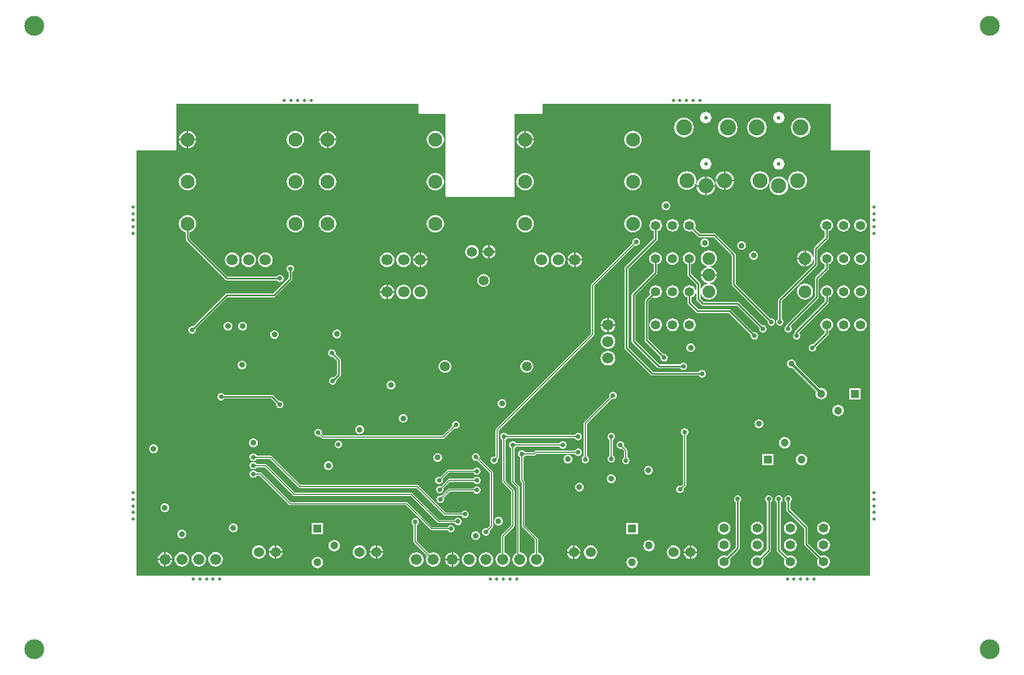
<source format=gbl>
G04*
G04 #@! TF.GenerationSoftware,Altium Limited,Altium Designer,20.1.11 (218)*
G04*
G04 Layer_Physical_Order=4*
G04 Layer_Color=16711680*
%FSLAX25Y25*%
%MOIN*%
G70*
G04*
G04 #@! TF.SameCoordinates,94F8EA6A-D3DE-4CB1-8755-D4D4D92DF36F*
G04*
G04*
G04 #@! TF.FilePolarity,Positive*
G04*
G01*
G75*
%ADD10C,0.11811*%
%ADD39C,0.00598*%
%ADD40C,0.01000*%
%ADD43C,0.01598*%
%ADD50C,0.01968*%
%ADD51C,0.05512*%
%ADD52C,0.06693*%
%ADD53C,0.06600*%
%ADD54C,0.06000*%
%ADD55R,0.04724X0.04724*%
%ADD56C,0.04724*%
%ADD57R,0.04724X0.04724*%
%ADD58C,0.08268*%
%ADD59C,0.08996*%
%ADD60C,0.09524*%
%ADD61C,0.02165*%
%ADD62C,0.07480*%
%ADD63C,0.02756*%
%ADD64C,0.03543*%
%ADD65C,0.05906*%
G36*
X484277Y308795D02*
X484339Y308485D01*
X484515Y308222D01*
X484778Y308046D01*
X485088Y307984D01*
X507899D01*
X507899Y55275D01*
X72513D01*
X72513Y307984D01*
X95324D01*
X95635Y308046D01*
X95898Y308222D01*
X96074Y308485D01*
X96135Y308795D01*
Y335543D01*
X239797D01*
Y330449D01*
X239858Y330142D01*
X240032Y329881D01*
X240293Y329707D01*
X240600Y329646D01*
X255931D01*
Y281236D01*
X255993Y280926D01*
X256168Y280663D01*
X256431Y280487D01*
X256742Y280425D01*
X296077D01*
X296388Y280487D01*
X296651Y280663D01*
X296827Y280926D01*
X296888Y281236D01*
Y329646D01*
X312647D01*
X312954Y329707D01*
X313215Y329881D01*
X313389Y330142D01*
X313450Y330449D01*
Y335543D01*
X484277D01*
Y308795D01*
D02*
G37*
%LPC*%
G36*
X453592Y330887D02*
X452714Y330772D01*
X451896Y330433D01*
X451194Y329894D01*
X450655Y329192D01*
X450316Y328374D01*
X450201Y327496D01*
X450316Y326618D01*
X450655Y325800D01*
X451194Y325098D01*
X451896Y324559D01*
X452714Y324220D01*
X453592Y324105D01*
X454470Y324220D01*
X455288Y324559D01*
X455990Y325098D01*
X456529Y325800D01*
X456868Y326618D01*
X456983Y327496D01*
X456868Y328374D01*
X456529Y329192D01*
X455990Y329894D01*
X455288Y330433D01*
X454470Y330772D01*
X453592Y330887D01*
D02*
G37*
G36*
X410285D02*
X409407Y330772D01*
X408589Y330433D01*
X407887Y329894D01*
X407348Y329192D01*
X407009Y328374D01*
X406894Y327496D01*
X407009Y326618D01*
X407348Y325800D01*
X407887Y325098D01*
X408589Y324559D01*
X409407Y324220D01*
X410285Y324105D01*
X411163Y324220D01*
X411981Y324559D01*
X412683Y325098D01*
X413222Y325800D01*
X413561Y326618D01*
X413676Y327496D01*
X413561Y328374D01*
X413222Y329192D01*
X412683Y329894D01*
X411981Y330433D01*
X411163Y330772D01*
X410285Y330887D01*
D02*
G37*
G36*
X466584Y327402D02*
X465080Y327204D01*
X463679Y326624D01*
X462475Y325700D01*
X461551Y324496D01*
X460971Y323095D01*
X460773Y321591D01*
X460971Y320087D01*
X461551Y318685D01*
X462475Y317481D01*
X463679Y316558D01*
X465080Y315977D01*
X466584Y315779D01*
X468088Y315977D01*
X469490Y316558D01*
X470694Y317481D01*
X471617Y318685D01*
X472198Y320087D01*
X472396Y321591D01*
X472198Y323095D01*
X471617Y324496D01*
X470694Y325700D01*
X469490Y326624D01*
X468088Y327204D01*
X466584Y327402D01*
D02*
G37*
G36*
X440600D02*
X439096Y327204D01*
X437694Y326624D01*
X436491Y325700D01*
X435567Y324496D01*
X434986Y323095D01*
X434789Y321591D01*
X434986Y320087D01*
X435567Y318685D01*
X436491Y317481D01*
X437694Y316558D01*
X439096Y315977D01*
X440600Y315779D01*
X442104Y315977D01*
X443506Y316558D01*
X444709Y317481D01*
X445633Y318685D01*
X446213Y320087D01*
X446412Y321591D01*
X446213Y323095D01*
X445633Y324496D01*
X444709Y325700D01*
X443506Y326624D01*
X442104Y327204D01*
X440600Y327402D01*
D02*
G37*
G36*
X423277D02*
X421773Y327204D01*
X420371Y326624D01*
X419168Y325700D01*
X418244Y324496D01*
X417664Y323095D01*
X417466Y321591D01*
X417664Y320087D01*
X418244Y318685D01*
X419168Y317481D01*
X420371Y316558D01*
X421773Y315977D01*
X423277Y315779D01*
X424781Y315977D01*
X426183Y316558D01*
X427387Y317481D01*
X428310Y318685D01*
X428891Y320087D01*
X429089Y321591D01*
X428891Y323095D01*
X428310Y324496D01*
X427387Y325700D01*
X426183Y326624D01*
X424781Y327204D01*
X423277Y327402D01*
D02*
G37*
G36*
X397293D02*
X395789Y327204D01*
X394387Y326624D01*
X393183Y325700D01*
X392260Y324496D01*
X391679Y323095D01*
X391481Y321591D01*
X391679Y320087D01*
X392260Y318685D01*
X393183Y317481D01*
X394387Y316558D01*
X395789Y315977D01*
X397293Y315779D01*
X398797Y315977D01*
X400199Y316558D01*
X401402Y317481D01*
X402326Y318685D01*
X402906Y320087D01*
X403104Y321591D01*
X402906Y323095D01*
X402326Y324496D01*
X401402Y325700D01*
X400199Y326624D01*
X398797Y327204D01*
X397293Y327402D01*
D02*
G37*
G36*
X186376Y319616D02*
Y315004D01*
X190988D01*
X190877Y315844D01*
X190360Y317093D01*
X189537Y318166D01*
X188465Y318988D01*
X187216Y319506D01*
X186376Y319616D01*
D02*
G37*
G36*
X185376D02*
X184535Y319506D01*
X183286Y318988D01*
X182214Y318166D01*
X181391Y317093D01*
X180874Y315844D01*
X180763Y315004D01*
X185376D01*
Y319616D01*
D02*
G37*
G36*
X103245D02*
Y315004D01*
X107858D01*
X107747Y315844D01*
X107230Y317093D01*
X106407Y318166D01*
X105335Y318988D01*
X104086Y319506D01*
X103245Y319616D01*
D02*
G37*
G36*
X102245D02*
X101405Y319506D01*
X100156Y318988D01*
X99084Y318166D01*
X98261Y317093D01*
X97744Y315844D01*
X97633Y315004D01*
X102245D01*
Y319616D01*
D02*
G37*
G36*
X303580D02*
Y315004D01*
X308192D01*
X308082Y315844D01*
X307564Y317093D01*
X306741Y318166D01*
X305669Y318988D01*
X304420Y319506D01*
X303580Y319616D01*
D02*
G37*
G36*
X302580Y319617D02*
X301740Y319506D01*
X300491Y318988D01*
X299418Y318166D01*
X298595Y317093D01*
X298078Y315844D01*
X297968Y315004D01*
X302580D01*
Y319617D01*
D02*
G37*
G36*
X308192Y314004D02*
X303580D01*
Y309391D01*
X304420Y309502D01*
X305669Y310019D01*
X306741Y310842D01*
X307564Y311915D01*
X308082Y313164D01*
X308192Y314004D01*
D02*
G37*
G36*
X107858Y314004D02*
X103245D01*
Y309391D01*
X104086Y309502D01*
X105335Y310019D01*
X106407Y310842D01*
X107230Y311915D01*
X107747Y313164D01*
X107858Y314004D01*
D02*
G37*
G36*
X185376Y314004D02*
X180763D01*
X180874Y313164D01*
X181391Y311915D01*
X182214Y310842D01*
X183286Y310019D01*
X184535Y309502D01*
X185376Y309391D01*
Y314004D01*
D02*
G37*
G36*
X190988D02*
X186376D01*
Y309391D01*
X187216Y309502D01*
X188465Y310019D01*
X189537Y310842D01*
X190360Y311915D01*
X190877Y313164D01*
X190988Y314004D01*
D02*
G37*
G36*
X102245Y314004D02*
X97633D01*
X97744Y313164D01*
X98261Y311915D01*
X99084Y310842D01*
X100156Y310019D01*
X101405Y309502D01*
X102245Y309391D01*
Y314004D01*
D02*
G37*
G36*
X302580Y314004D02*
X297968D01*
X298078Y313164D01*
X298595Y311915D01*
X299418Y310842D01*
X300491Y310019D01*
X301740Y309502D01*
X302580Y309391D01*
Y314004D01*
D02*
G37*
G36*
X366978Y319682D02*
X365638Y319506D01*
X364389Y318988D01*
X363316Y318166D01*
X362493Y317093D01*
X361976Y315844D01*
X361800Y314504D01*
X361976Y313164D01*
X362493Y311915D01*
X363316Y310842D01*
X364389Y310019D01*
X365638Y309502D01*
X366978Y309326D01*
X368318Y309502D01*
X369567Y310019D01*
X370639Y310842D01*
X371462Y311915D01*
X371980Y313164D01*
X372156Y314504D01*
X371980Y315844D01*
X371462Y317093D01*
X370639Y318166D01*
X369567Y318988D01*
X368318Y319506D01*
X366978Y319682D01*
D02*
G37*
G36*
X249774D02*
X248433Y319506D01*
X247184Y318988D01*
X246112Y318166D01*
X245289Y317093D01*
X244772Y315844D01*
X244595Y314504D01*
X244772Y313164D01*
X245289Y311915D01*
X246112Y310842D01*
X247184Y310019D01*
X248433Y309502D01*
X249774Y309326D01*
X251114Y309502D01*
X252363Y310019D01*
X253435Y310842D01*
X254258Y311915D01*
X254775Y313164D01*
X254952Y314504D01*
X254775Y315844D01*
X254258Y317093D01*
X253435Y318166D01*
X252363Y318988D01*
X251114Y319506D01*
X249774Y319682D01*
D02*
G37*
G36*
X166644D02*
X165303Y319506D01*
X164054Y318988D01*
X162982Y318166D01*
X162159Y317093D01*
X161642Y315844D01*
X161465Y314504D01*
X161642Y313164D01*
X162159Y311915D01*
X162982Y310842D01*
X164054Y310019D01*
X165303Y309502D01*
X166644Y309326D01*
X167984Y309502D01*
X169233Y310019D01*
X170305Y310842D01*
X171128Y311915D01*
X171645Y313164D01*
X171822Y314504D01*
X171645Y315844D01*
X171128Y317093D01*
X170305Y318166D01*
X169233Y318988D01*
X167984Y319506D01*
X166644Y319682D01*
D02*
G37*
G36*
X453592Y303328D02*
X452714Y303213D01*
X451896Y302874D01*
X451194Y302335D01*
X450655Y301633D01*
X450316Y300815D01*
X450201Y299937D01*
X450316Y299059D01*
X450655Y298241D01*
X451194Y297539D01*
X451896Y297000D01*
X452714Y296661D01*
X453592Y296546D01*
X454470Y296661D01*
X455288Y297000D01*
X455990Y297539D01*
X456529Y298241D01*
X456868Y299059D01*
X456983Y299937D01*
X456868Y300815D01*
X456529Y301633D01*
X455990Y302335D01*
X455288Y302874D01*
X454470Y303213D01*
X453592Y303328D01*
D02*
G37*
G36*
X410285D02*
X409407Y303213D01*
X408589Y302874D01*
X407887Y302335D01*
X407348Y301633D01*
X407009Y300815D01*
X406894Y299937D01*
X407009Y299059D01*
X407348Y298241D01*
X407887Y297539D01*
X408589Y297000D01*
X409407Y296661D01*
X410285Y296546D01*
X411163Y296661D01*
X411981Y297000D01*
X412683Y297539D01*
X413222Y298241D01*
X413561Y299059D01*
X413676Y299937D01*
X413561Y300815D01*
X413222Y301633D01*
X412683Y302335D01*
X411981Y302874D01*
X411163Y303213D01*
X410285Y303328D01*
D02*
G37*
G36*
X422006Y295574D02*
Y290595D01*
X426985D01*
X426862Y291530D01*
X426308Y292867D01*
X425427Y294016D01*
X424278Y294897D01*
X422941Y295451D01*
X422006Y295574D01*
D02*
G37*
G36*
X421005D02*
X420070Y295451D01*
X418733Y294897D01*
X417584Y294016D01*
X416703Y292867D01*
X416149Y291530D01*
X416026Y290595D01*
X421005D01*
Y295574D01*
D02*
G37*
G36*
X410785Y292425D02*
Y287445D01*
X415765D01*
X415641Y288380D01*
X415088Y289718D01*
X414206Y290866D01*
X413058Y291747D01*
X411720Y292301D01*
X410785Y292425D01*
D02*
G37*
G36*
X409785D02*
X408850Y292301D01*
X407512Y291747D01*
X406364Y290866D01*
X405482Y289718D01*
X404928Y288380D01*
X404805Y287445D01*
X409785D01*
Y292425D01*
D02*
G37*
G36*
X426985Y289595D02*
X422006D01*
Y284615D01*
X422941Y284738D01*
X424278Y285292D01*
X425427Y286173D01*
X426308Y287322D01*
X426862Y288659D01*
X426985Y289595D01*
D02*
G37*
G36*
X421005D02*
X416026D01*
X416149Y288659D01*
X416703Y287322D01*
X417584Y286173D01*
X418733Y285292D01*
X420070Y284738D01*
X421005Y284615D01*
Y289595D01*
D02*
G37*
G36*
X464813Y295640D02*
X463377Y295451D01*
X462040Y294897D01*
X460891Y294016D01*
X460010Y292867D01*
X459456Y291530D01*
X459267Y290094D01*
X459456Y288659D01*
X460010Y287322D01*
X460891Y286173D01*
X462040Y285292D01*
X463377Y284738D01*
X464813Y284549D01*
X466248Y284738D01*
X467585Y285292D01*
X468734Y286173D01*
X469615Y287322D01*
X470169Y288659D01*
X470358Y290094D01*
X470169Y291530D01*
X469615Y292867D01*
X468734Y294016D01*
X467585Y294897D01*
X466248Y295451D01*
X464813Y295640D01*
D02*
G37*
G36*
X442372D02*
X440936Y295451D01*
X439599Y294897D01*
X438450Y294016D01*
X437569Y292867D01*
X437015Y291530D01*
X436826Y290094D01*
X437015Y288659D01*
X437569Y287322D01*
X438450Y286173D01*
X439599Y285292D01*
X440936Y284738D01*
X442372Y284549D01*
X443807Y284738D01*
X445144Y285292D01*
X446293Y286173D01*
X447174Y287322D01*
X447728Y288659D01*
X447917Y290094D01*
X447728Y291530D01*
X447174Y292867D01*
X446293Y294016D01*
X445144Y294897D01*
X443807Y295451D01*
X442372Y295640D01*
D02*
G37*
G36*
X399065D02*
X397629Y295451D01*
X396292Y294897D01*
X395143Y294016D01*
X394262Y292867D01*
X393708Y291530D01*
X393519Y290094D01*
X393708Y288659D01*
X394262Y287322D01*
X395143Y286173D01*
X396292Y285292D01*
X397629Y284738D01*
X399065Y284549D01*
X400500Y284738D01*
X401837Y285292D01*
X402986Y286173D01*
X403867Y287322D01*
X404421Y288659D01*
X404610Y290094D01*
X404421Y291530D01*
X403867Y292867D01*
X402986Y294016D01*
X401837Y294897D01*
X400500Y295451D01*
X399065Y295640D01*
D02*
G37*
G36*
X366978Y294682D02*
X365638Y294506D01*
X364389Y293988D01*
X363316Y293166D01*
X362493Y292093D01*
X361976Y290844D01*
X361800Y289504D01*
X361976Y288164D01*
X362493Y286915D01*
X363316Y285842D01*
X364389Y285019D01*
X365638Y284502D01*
X366978Y284326D01*
X368318Y284502D01*
X369567Y285019D01*
X370639Y285842D01*
X371462Y286915D01*
X371980Y288164D01*
X372156Y289504D01*
X371980Y290844D01*
X371462Y292093D01*
X370639Y293166D01*
X369567Y293988D01*
X368318Y294506D01*
X366978Y294682D01*
D02*
G37*
G36*
X303080D02*
X301740Y294506D01*
X300491Y293988D01*
X299418Y293166D01*
X298595Y292093D01*
X298078Y290844D01*
X297902Y289504D01*
X298078Y288164D01*
X298595Y286915D01*
X299418Y285842D01*
X300491Y285019D01*
X301740Y284502D01*
X303080Y284326D01*
X304420Y284502D01*
X305669Y285019D01*
X306741Y285842D01*
X307564Y286915D01*
X308082Y288164D01*
X308258Y289504D01*
X308082Y290844D01*
X307564Y292093D01*
X306741Y293166D01*
X305669Y293988D01*
X304420Y294506D01*
X303080Y294682D01*
D02*
G37*
G36*
X249774D02*
X248433Y294506D01*
X247184Y293988D01*
X246112Y293166D01*
X245289Y292093D01*
X244772Y290844D01*
X244595Y289504D01*
X244772Y288164D01*
X245289Y286915D01*
X246112Y285842D01*
X247184Y285019D01*
X248433Y284502D01*
X249774Y284326D01*
X251114Y284502D01*
X252363Y285019D01*
X253435Y285842D01*
X254258Y286915D01*
X254775Y288164D01*
X254952Y289504D01*
X254775Y290844D01*
X254258Y292093D01*
X253435Y293166D01*
X252363Y293988D01*
X251114Y294506D01*
X249774Y294682D01*
D02*
G37*
G36*
X185876D02*
X184535Y294506D01*
X183286Y293988D01*
X182214Y293166D01*
X181391Y292093D01*
X180874Y290844D01*
X180697Y289504D01*
X180874Y288164D01*
X181391Y286915D01*
X182214Y285842D01*
X183286Y285019D01*
X184535Y284502D01*
X185876Y284326D01*
X187216Y284502D01*
X188465Y285019D01*
X189537Y285842D01*
X190360Y286915D01*
X190877Y288164D01*
X191054Y289504D01*
X190877Y290844D01*
X190360Y292093D01*
X189537Y293166D01*
X188465Y293988D01*
X187216Y294506D01*
X185876Y294682D01*
D02*
G37*
G36*
X166644D02*
X165303Y294506D01*
X164054Y293988D01*
X162982Y293166D01*
X162159Y292093D01*
X161642Y290844D01*
X161465Y289504D01*
X161642Y288164D01*
X162159Y286915D01*
X162982Y285842D01*
X164054Y285019D01*
X165303Y284502D01*
X166644Y284326D01*
X167984Y284502D01*
X169233Y285019D01*
X170305Y285842D01*
X171128Y286915D01*
X171645Y288164D01*
X171822Y289504D01*
X171645Y290844D01*
X171128Y292093D01*
X170305Y293166D01*
X169233Y293988D01*
X167984Y294506D01*
X166644Y294682D01*
D02*
G37*
G36*
X102745D02*
X101405Y294506D01*
X100156Y293988D01*
X99084Y293166D01*
X98261Y292093D01*
X97744Y290844D01*
X97567Y289504D01*
X97744Y288164D01*
X98261Y286915D01*
X99084Y285842D01*
X100156Y285019D01*
X101405Y284502D01*
X102745Y284326D01*
X104086Y284502D01*
X105335Y285019D01*
X106407Y285842D01*
X107230Y286915D01*
X107747Y288164D01*
X107924Y289504D01*
X107747Y290844D01*
X107230Y292093D01*
X106407Y293166D01*
X105335Y293988D01*
X104086Y294506D01*
X102745Y294682D01*
D02*
G37*
G36*
X415765Y286445D02*
X410785D01*
Y281465D01*
X411720Y281588D01*
X413058Y282142D01*
X414206Y283024D01*
X415088Y284172D01*
X415641Y285510D01*
X415765Y286445D01*
D02*
G37*
G36*
X409785D02*
X404805D01*
X404928Y285510D01*
X405482Y284172D01*
X406364Y283024D01*
X407512Y282142D01*
X408850Y281588D01*
X409785Y281465D01*
Y286445D01*
D02*
G37*
G36*
X453592Y292490D02*
X452157Y292301D01*
X450819Y291747D01*
X449671Y290866D01*
X448790Y289718D01*
X448236Y288380D01*
X448047Y286945D01*
X448236Y285510D01*
X448790Y284172D01*
X449671Y283024D01*
X450819Y282142D01*
X452157Y281588D01*
X453592Y281399D01*
X455027Y281588D01*
X456365Y282142D01*
X457513Y283024D01*
X458395Y284172D01*
X458949Y285510D01*
X459138Y286945D01*
X458949Y288380D01*
X458395Y289718D01*
X457513Y290866D01*
X456365Y291747D01*
X455027Y292301D01*
X453592Y292490D01*
D02*
G37*
G36*
X386663Y277628D02*
X385992Y277540D01*
X385366Y277281D01*
X384829Y276869D01*
X384417Y276332D01*
X384158Y275707D01*
X384070Y275036D01*
X384158Y274364D01*
X384417Y273739D01*
X384829Y273202D01*
X385366Y272790D01*
X385992Y272531D01*
X386663Y272442D01*
X387334Y272531D01*
X387960Y272790D01*
X388496Y273202D01*
X388909Y273739D01*
X389168Y274364D01*
X389256Y275036D01*
X389168Y275707D01*
X388909Y276332D01*
X388496Y276869D01*
X387960Y277281D01*
X387334Y277540D01*
X386663Y277628D01*
D02*
G37*
G36*
X390600Y267308D02*
X389619Y267179D01*
X388706Y266800D01*
X387921Y266198D01*
X387319Y265414D01*
X386941Y264500D01*
X386812Y263520D01*
X386941Y262539D01*
X387319Y261626D01*
X387921Y260841D01*
X388706Y260239D01*
X389619Y259860D01*
X390600Y259731D01*
X391581Y259860D01*
X392494Y260239D01*
X393279Y260841D01*
X393881Y261626D01*
X394259Y262539D01*
X394388Y263520D01*
X394259Y264500D01*
X393881Y265414D01*
X393279Y266198D01*
X392494Y266800D01*
X391581Y267179D01*
X390600Y267308D01*
D02*
G37*
G36*
X501978Y267308D02*
X500997Y267179D01*
X500084Y266800D01*
X499299Y266198D01*
X498697Y265414D01*
X498319Y264500D01*
X498190Y263520D01*
X498319Y262539D01*
X498697Y261626D01*
X499299Y260841D01*
X500084Y260239D01*
X500997Y259860D01*
X501978Y259731D01*
X502958Y259860D01*
X503872Y260239D01*
X504657Y260841D01*
X505259Y261626D01*
X505637Y262539D01*
X505766Y263520D01*
X505637Y264500D01*
X505259Y265414D01*
X504657Y266198D01*
X503872Y266800D01*
X502958Y267179D01*
X501978Y267308D01*
D02*
G37*
G36*
X491978D02*
X490998Y267179D01*
X490084Y266800D01*
X489299Y266198D01*
X488697Y265414D01*
X488319Y264500D01*
X488190Y263520D01*
X488319Y262539D01*
X488697Y261626D01*
X489299Y260841D01*
X490084Y260239D01*
X490998Y259860D01*
X491978Y259731D01*
X492958Y259860D01*
X493872Y260239D01*
X494657Y260841D01*
X495259Y261626D01*
X495637Y262539D01*
X495766Y263520D01*
X495637Y264500D01*
X495259Y265414D01*
X494657Y266198D01*
X493872Y266800D01*
X492958Y267179D01*
X491978Y267308D01*
D02*
G37*
G36*
X366978Y269682D02*
X365638Y269506D01*
X364389Y268988D01*
X363316Y268166D01*
X362493Y267093D01*
X361976Y265844D01*
X361800Y264504D01*
X361976Y263164D01*
X362493Y261915D01*
X363316Y260842D01*
X364389Y260019D01*
X365638Y259502D01*
X366978Y259326D01*
X368318Y259502D01*
X369567Y260019D01*
X370639Y260842D01*
X371462Y261915D01*
X371980Y263164D01*
X372156Y264504D01*
X371980Y265844D01*
X371462Y267093D01*
X370639Y268166D01*
X369567Y268988D01*
X368318Y269506D01*
X366978Y269682D01*
D02*
G37*
G36*
X303080D02*
X301740Y269506D01*
X300491Y268988D01*
X299418Y268166D01*
X298595Y267093D01*
X298078Y265844D01*
X297902Y264504D01*
X298078Y263164D01*
X298595Y261915D01*
X299418Y260842D01*
X300491Y260019D01*
X301740Y259502D01*
X303080Y259326D01*
X304420Y259502D01*
X305669Y260019D01*
X306741Y260842D01*
X307564Y261915D01*
X308082Y263164D01*
X308258Y264504D01*
X308082Y265844D01*
X307564Y267093D01*
X306741Y268166D01*
X305669Y268988D01*
X304420Y269506D01*
X303080Y269682D01*
D02*
G37*
G36*
X249774D02*
X248433Y269506D01*
X247184Y268988D01*
X246112Y268166D01*
X245289Y267093D01*
X244772Y265844D01*
X244595Y264504D01*
X244772Y263164D01*
X245289Y261915D01*
X246112Y260842D01*
X247184Y260019D01*
X248433Y259502D01*
X249774Y259326D01*
X251114Y259502D01*
X252363Y260019D01*
X253435Y260842D01*
X254258Y261915D01*
X254775Y263164D01*
X254952Y264504D01*
X254775Y265844D01*
X254258Y267093D01*
X253435Y268166D01*
X252363Y268988D01*
X251114Y269506D01*
X249774Y269682D01*
D02*
G37*
G36*
X185876D02*
X184535Y269506D01*
X183286Y268988D01*
X182214Y268166D01*
X181391Y267093D01*
X180874Y265844D01*
X180697Y264504D01*
X180874Y263164D01*
X181391Y261915D01*
X182214Y260842D01*
X183286Y260019D01*
X184535Y259502D01*
X185876Y259326D01*
X187216Y259502D01*
X188465Y260019D01*
X189537Y260842D01*
X190360Y261915D01*
X190877Y263164D01*
X191054Y264504D01*
X190877Y265844D01*
X190360Y267093D01*
X189537Y268166D01*
X188465Y268988D01*
X187216Y269506D01*
X185876Y269682D01*
D02*
G37*
G36*
X166644D02*
X165303Y269506D01*
X164054Y268988D01*
X162982Y268166D01*
X162159Y267093D01*
X161642Y265844D01*
X161465Y264504D01*
X161642Y263164D01*
X162159Y261915D01*
X162982Y260842D01*
X164054Y260019D01*
X165303Y259502D01*
X166644Y259326D01*
X167984Y259502D01*
X169233Y260019D01*
X170305Y260842D01*
X171128Y261915D01*
X171645Y263164D01*
X171822Y264504D01*
X171645Y265844D01*
X171128Y267093D01*
X170305Y268166D01*
X169233Y268988D01*
X167984Y269506D01*
X166644Y269682D01*
D02*
G37*
G36*
X368946Y255896D02*
X368096Y255727D01*
X367376Y255246D01*
X366895Y254526D01*
X366726Y253677D01*
X366880Y252905D01*
X342389Y228415D01*
X342191Y228118D01*
X342121Y227767D01*
X342121Y227767D01*
Y198914D01*
X285819Y142612D01*
X285621Y142315D01*
X285551Y141965D01*
X285551Y141965D01*
Y126518D01*
X285051Y126108D01*
X284695Y126179D01*
X283845Y126010D01*
X283125Y125528D01*
X282644Y124808D01*
X282475Y123959D01*
X282644Y123109D01*
X283125Y122389D01*
X283845Y121908D01*
X284695Y121739D01*
X285544Y121908D01*
X286264Y122389D01*
X286745Y123109D01*
X286914Y123959D01*
X286762Y124726D01*
X287113Y125077D01*
X287113Y125077D01*
X287312Y125374D01*
X287381Y125724D01*
X287381Y125724D01*
Y141586D01*
X343684Y197888D01*
X343684Y197888D01*
X343882Y198185D01*
X343952Y198535D01*
X343952Y198535D01*
Y227388D01*
X368174Y251610D01*
X368946Y251457D01*
X369795Y251626D01*
X370515Y252107D01*
X370997Y252827D01*
X371165Y253677D01*
X370997Y254526D01*
X370515Y255246D01*
X369795Y255727D01*
X368946Y255896D01*
D02*
G37*
G36*
X409634Y255680D02*
X408963Y255591D01*
X408338Y255332D01*
X407801Y254920D01*
X407389Y254383D01*
X407130Y253758D01*
X407041Y253087D01*
X407130Y252415D01*
X407389Y251790D01*
X407801Y251253D01*
X408338Y250841D01*
X408963Y250582D01*
X409634Y250494D01*
X410305Y250582D01*
X410931Y250841D01*
X411468Y251253D01*
X411880Y251790D01*
X412139Y252415D01*
X412227Y253087D01*
X412139Y253758D01*
X411880Y254383D01*
X411468Y254920D01*
X410931Y255332D01*
X410305Y255591D01*
X409634Y255680D01*
D02*
G37*
G36*
X431524Y254105D02*
X430853Y254016D01*
X430228Y253758D01*
X429690Y253345D01*
X429278Y252808D01*
X429019Y252183D01*
X428931Y251512D01*
X429019Y250841D01*
X429278Y250215D01*
X429690Y249678D01*
X430228Y249266D01*
X430853Y249007D01*
X431524Y248919D01*
X432195Y249007D01*
X432821Y249266D01*
X433357Y249678D01*
X433770Y250215D01*
X434029Y250841D01*
X434117Y251512D01*
X434029Y252183D01*
X433770Y252808D01*
X433357Y253345D01*
X432821Y253758D01*
X432195Y254016D01*
X431524Y254105D01*
D02*
G37*
G36*
X282045Y251740D02*
Y248272D01*
X285513D01*
X285442Y248816D01*
X285039Y249789D01*
X284398Y250624D01*
X283562Y251266D01*
X282589Y251669D01*
X282045Y251740D01*
D02*
G37*
G36*
X281045Y251740D02*
X280501Y251669D01*
X279528Y251266D01*
X278692Y250624D01*
X278051Y249789D01*
X277648Y248816D01*
X277576Y248272D01*
X281045D01*
Y251740D01*
D02*
G37*
G36*
X481978Y267308D02*
X480998Y267179D01*
X480084Y266800D01*
X479299Y266198D01*
X478697Y265414D01*
X478319Y264500D01*
X478190Y263520D01*
X478319Y262539D01*
X478697Y261626D01*
X479299Y260841D01*
X480084Y260239D01*
X480858Y259918D01*
Y256641D01*
X474651Y250434D01*
X474408Y250070D01*
X474323Y249642D01*
Y244641D01*
X473822Y244608D01*
X473761Y245072D01*
X473284Y246225D01*
X472524Y247215D01*
X471534Y247975D01*
X470381Y248453D01*
X469643Y248550D01*
Y243835D01*
Y239120D01*
X470381Y239216D01*
X471534Y239694D01*
X472524Y240454D01*
X473284Y241444D01*
X473761Y242597D01*
X473822Y243061D01*
X474323Y243029D01*
Y240755D01*
X453391Y219824D01*
X453148Y219460D01*
X453063Y219032D01*
Y207909D01*
X452613Y207609D01*
X452132Y206889D01*
X451963Y206039D01*
X452132Y205190D01*
X452613Y204470D01*
X453333Y203989D01*
X454183Y203820D01*
X455032Y203989D01*
X455752Y204470D01*
X456234Y205190D01*
X456402Y206039D01*
X456234Y206889D01*
X455752Y207609D01*
X455303Y207909D01*
Y218568D01*
X476234Y239499D01*
X476477Y239863D01*
X476562Y240291D01*
Y249178D01*
X482770Y255385D01*
X483013Y255749D01*
X483098Y256177D01*
Y259918D01*
X483872Y260239D01*
X484657Y260841D01*
X485259Y261626D01*
X485637Y262539D01*
X485766Y263520D01*
X485637Y264500D01*
X485259Y265414D01*
X484657Y266198D01*
X483872Y266800D01*
X482958Y267179D01*
X481978Y267308D01*
D02*
G37*
G36*
X468643Y248550D02*
X467906Y248453D01*
X466753Y247975D01*
X465763Y247215D01*
X465003Y246225D01*
X464525Y245072D01*
X464428Y244335D01*
X468643D01*
Y248550D01*
D02*
G37*
G36*
X281045Y247272D02*
X277576D01*
X277648Y246727D01*
X278051Y245754D01*
X278692Y244919D01*
X279528Y244278D01*
X280501Y243875D01*
X281045Y243803D01*
Y247272D01*
D02*
G37*
G36*
X285514D02*
X282045D01*
Y243803D01*
X282589Y243875D01*
X283562Y244278D01*
X284398Y244919D01*
X285039Y245754D01*
X285442Y246727D01*
X285514Y247272D01*
D02*
G37*
G36*
X271545Y251806D02*
X270501Y251669D01*
X269528Y251266D01*
X268692Y250624D01*
X268051Y249789D01*
X267648Y248816D01*
X267510Y247772D01*
X267648Y246727D01*
X268051Y245754D01*
X268692Y244919D01*
X269528Y244278D01*
X270501Y243875D01*
X271545Y243737D01*
X272589Y243875D01*
X273562Y244278D01*
X274398Y244919D01*
X275039Y245754D01*
X275442Y246727D01*
X275579Y247772D01*
X275442Y248816D01*
X275039Y249789D01*
X274398Y250624D01*
X273562Y251266D01*
X272589Y251669D01*
X271545Y251806D01*
D02*
G37*
G36*
X241297Y247365D02*
Y243547D01*
X245115D01*
X245031Y244182D01*
X244593Y245239D01*
X243897Y246147D01*
X242989Y246844D01*
X241932Y247282D01*
X241297Y247365D01*
D02*
G37*
G36*
X333029Y247365D02*
Y243547D01*
X336847D01*
X336764Y244182D01*
X336326Y245239D01*
X335629Y246147D01*
X334721Y246844D01*
X333664Y247282D01*
X333029Y247365D01*
D02*
G37*
G36*
X332029Y247365D02*
X331395Y247282D01*
X330337Y246844D01*
X329429Y246147D01*
X328732Y245239D01*
X328294Y244182D01*
X328211Y243547D01*
X332029D01*
Y247365D01*
D02*
G37*
G36*
X240297Y247365D02*
X239662Y247282D01*
X238605Y246844D01*
X237697Y246147D01*
X237000Y245239D01*
X236562Y244182D01*
X236479Y243547D01*
X240297D01*
Y247365D01*
D02*
G37*
G36*
X438670Y248199D02*
X437999Y248111D01*
X437373Y247852D01*
X436836Y247440D01*
X436424Y246903D01*
X436165Y246277D01*
X436077Y245606D01*
X436165Y244935D01*
X436424Y244310D01*
X436836Y243773D01*
X437373Y243361D01*
X437999Y243102D01*
X438670Y243013D01*
X439341Y243102D01*
X439966Y243361D01*
X440503Y243773D01*
X440915Y244310D01*
X441174Y244935D01*
X441263Y245606D01*
X441174Y246277D01*
X440915Y246903D01*
X440503Y247440D01*
X439966Y247852D01*
X439341Y248111D01*
X438670Y248199D01*
D02*
G37*
G36*
X501978Y247623D02*
X500997Y247494D01*
X500084Y247115D01*
X499299Y246513D01*
X498697Y245729D01*
X498319Y244815D01*
X498190Y243835D01*
X498319Y242854D01*
X498697Y241940D01*
X499299Y241156D01*
X500084Y240554D01*
X500997Y240176D01*
X501978Y240046D01*
X502958Y240176D01*
X503872Y240554D01*
X504657Y241156D01*
X505259Y241940D01*
X505637Y242854D01*
X505766Y243835D01*
X505637Y244815D01*
X505259Y245729D01*
X504657Y246513D01*
X503872Y247115D01*
X502958Y247494D01*
X501978Y247623D01*
D02*
G37*
G36*
X491978D02*
X490998Y247494D01*
X490084Y247115D01*
X489299Y246513D01*
X488697Y245729D01*
X488319Y244815D01*
X488190Y243835D01*
X488319Y242854D01*
X488697Y241940D01*
X489299Y241156D01*
X490084Y240554D01*
X490998Y240176D01*
X491978Y240046D01*
X492958Y240176D01*
X493872Y240554D01*
X494657Y241156D01*
X495259Y241940D01*
X495637Y242854D01*
X495766Y243835D01*
X495637Y244815D01*
X495259Y245729D01*
X494657Y246513D01*
X493872Y247115D01*
X492958Y247494D01*
X491978Y247623D01*
D02*
G37*
G36*
X390442Y247623D02*
X389462Y247494D01*
X388548Y247115D01*
X387764Y246513D01*
X387162Y245729D01*
X386783Y244815D01*
X386654Y243835D01*
X386783Y242854D01*
X387162Y241940D01*
X387764Y241156D01*
X388548Y240554D01*
X389462Y240176D01*
X390442Y240046D01*
X391423Y240176D01*
X392337Y240554D01*
X393121Y241156D01*
X393723Y241940D01*
X394102Y242854D01*
X394231Y243835D01*
X394102Y244815D01*
X393723Y245729D01*
X393121Y246513D01*
X392337Y247115D01*
X391423Y247494D01*
X390442Y247623D01*
D02*
G37*
G36*
X468643Y243335D02*
X464428D01*
X464525Y242597D01*
X465003Y241444D01*
X465763Y240454D01*
X466753Y239694D01*
X467906Y239216D01*
X468643Y239120D01*
Y243335D01*
D02*
G37*
G36*
X332029Y242547D02*
X328211D01*
X328294Y241913D01*
X328732Y240855D01*
X329429Y239947D01*
X330337Y239251D01*
X331395Y238813D01*
X332029Y238729D01*
Y242547D01*
D02*
G37*
G36*
X245115D02*
X241297D01*
Y238729D01*
X241932Y238813D01*
X242989Y239251D01*
X243897Y239947D01*
X244593Y240855D01*
X245031Y241913D01*
X245115Y242547D01*
D02*
G37*
G36*
X240297D02*
X236479D01*
X236562Y241913D01*
X237000Y240855D01*
X237697Y239947D01*
X238605Y239251D01*
X239662Y238813D01*
X240297Y238729D01*
Y242547D01*
D02*
G37*
G36*
X336847D02*
X333029D01*
Y238729D01*
X333664Y238813D01*
X334721Y239251D01*
X335629Y239947D01*
X336326Y240855D01*
X336764Y241913D01*
X336847Y242547D01*
D02*
G37*
G36*
X322687Y247431D02*
X321552Y247282D01*
X320495Y246844D01*
X319587Y246147D01*
X318890Y245239D01*
X318452Y244182D01*
X318303Y243047D01*
X318452Y241913D01*
X318890Y240855D01*
X319587Y239947D01*
X320495Y239251D01*
X321552Y238813D01*
X322687Y238663D01*
X323821Y238813D01*
X324879Y239251D01*
X325786Y239947D01*
X326483Y240855D01*
X326921Y241913D01*
X327070Y243047D01*
X326921Y244182D01*
X326483Y245239D01*
X325786Y246147D01*
X324879Y246844D01*
X323821Y247282D01*
X322687Y247431D01*
D02*
G37*
G36*
X312844D02*
X311709Y247282D01*
X310652Y246844D01*
X309744Y246147D01*
X309047Y245239D01*
X308610Y244182D01*
X308460Y243047D01*
X308610Y241913D01*
X309047Y240855D01*
X309744Y239947D01*
X310652Y239251D01*
X311709Y238813D01*
X312844Y238663D01*
X313979Y238813D01*
X315036Y239251D01*
X315944Y239947D01*
X316641Y240855D01*
X317079Y241913D01*
X317228Y243047D01*
X317079Y244182D01*
X316641Y245239D01*
X315944Y246147D01*
X315036Y246844D01*
X313979Y247282D01*
X312844Y247431D01*
D02*
G37*
G36*
X230954D02*
X229820Y247282D01*
X228762Y246844D01*
X227854Y246147D01*
X227158Y245239D01*
X226720Y244182D01*
X226570Y243047D01*
X226720Y241913D01*
X227158Y240855D01*
X227854Y239947D01*
X228762Y239251D01*
X229820Y238813D01*
X230954Y238663D01*
X232089Y238813D01*
X233146Y239251D01*
X234054Y239947D01*
X234751Y240855D01*
X235189Y241913D01*
X235338Y243047D01*
X235189Y244182D01*
X234751Y245239D01*
X234054Y246147D01*
X233146Y246844D01*
X232089Y247282D01*
X230954Y247431D01*
D02*
G37*
G36*
X221112D02*
X219977Y247282D01*
X218920Y246844D01*
X218012Y246147D01*
X217315Y245239D01*
X216877Y244182D01*
X216728Y243047D01*
X216877Y241913D01*
X217315Y240855D01*
X218012Y239947D01*
X218920Y239251D01*
X219977Y238813D01*
X221112Y238663D01*
X222246Y238813D01*
X223304Y239251D01*
X224212Y239947D01*
X224908Y240855D01*
X225346Y241913D01*
X225496Y243047D01*
X225346Y244182D01*
X224908Y245239D01*
X224212Y246147D01*
X223304Y246844D01*
X222246Y247282D01*
X221112Y247431D01*
D02*
G37*
G36*
X148868D02*
X147733Y247282D01*
X146676Y246844D01*
X145768Y246147D01*
X145071Y245239D01*
X144633Y244182D01*
X144484Y243047D01*
X144633Y241913D01*
X145071Y240855D01*
X145768Y239947D01*
X146676Y239251D01*
X147733Y238813D01*
X148868Y238663D01*
X150002Y238813D01*
X151060Y239251D01*
X151968Y239947D01*
X152664Y240855D01*
X153102Y241913D01*
X153252Y243047D01*
X153102Y244182D01*
X152664Y245239D01*
X151968Y246147D01*
X151060Y246844D01*
X150002Y247282D01*
X148868Y247431D01*
D02*
G37*
G36*
X139025D02*
X137891Y247282D01*
X136833Y246844D01*
X135925Y246147D01*
X135229Y245239D01*
X134791Y244182D01*
X134641Y243047D01*
X134791Y241913D01*
X135229Y240855D01*
X135925Y239947D01*
X136833Y239251D01*
X137891Y238813D01*
X139025Y238663D01*
X140160Y238813D01*
X141217Y239251D01*
X142125Y239947D01*
X142822Y240855D01*
X143260Y241913D01*
X143409Y243047D01*
X143260Y244182D01*
X142822Y245239D01*
X142125Y246147D01*
X141217Y246844D01*
X140160Y247282D01*
X139025Y247431D01*
D02*
G37*
G36*
X129183D02*
X128048Y247282D01*
X126991Y246844D01*
X126083Y246147D01*
X125386Y245239D01*
X124948Y244182D01*
X124799Y243047D01*
X124948Y241913D01*
X125386Y240855D01*
X126083Y239947D01*
X126991Y239251D01*
X128048Y238813D01*
X129183Y238663D01*
X130317Y238813D01*
X131375Y239251D01*
X132283Y239947D01*
X132979Y240855D01*
X133417Y241913D01*
X133567Y243047D01*
X133417Y244182D01*
X132979Y245239D01*
X132283Y246147D01*
X131375Y246844D01*
X130317Y247282D01*
X129183Y247431D01*
D02*
G37*
G36*
X412057Y248616D02*
X410819Y248453D01*
X409666Y247975D01*
X408676Y247215D01*
X407916Y246225D01*
X407439Y245072D01*
X407276Y243835D01*
X407439Y242597D01*
X407916Y241444D01*
X408676Y240454D01*
X409666Y239694D01*
X410819Y239216D01*
X411206Y239166D01*
Y238661D01*
X410819Y238610D01*
X409666Y238133D01*
X408676Y237373D01*
X407916Y236383D01*
X407439Y235230D01*
X407341Y234492D01*
X412057D01*
X416772D01*
X416675Y235230D01*
X416197Y236383D01*
X415437Y237373D01*
X414447Y238133D01*
X413294Y238610D01*
X412907Y238661D01*
Y239166D01*
X413294Y239216D01*
X414447Y239694D01*
X415437Y240454D01*
X416197Y241444D01*
X416675Y242597D01*
X416838Y243835D01*
X416675Y245072D01*
X416197Y246225D01*
X415437Y247215D01*
X414447Y247975D01*
X413294Y248453D01*
X412057Y248616D01*
D02*
G37*
G36*
X102745Y269682D02*
X101405Y269506D01*
X100156Y268988D01*
X99084Y268166D01*
X98261Y267093D01*
X97744Y265844D01*
X97567Y264504D01*
X97744Y263164D01*
X98261Y261915D01*
X99084Y260842D01*
X100156Y260019D01*
X101405Y259502D01*
X101626Y259473D01*
Y255225D01*
X101711Y254797D01*
X101953Y254433D01*
X125259Y231128D01*
X125622Y230885D01*
X126051Y230800D01*
X155708D01*
X156009Y230350D01*
X156729Y229869D01*
X157578Y229700D01*
X158428Y229869D01*
X159148Y230350D01*
X159629Y231070D01*
X159798Y231920D01*
X159629Y232769D01*
X159148Y233490D01*
X158428Y233971D01*
X157578Y234140D01*
X156729Y233971D01*
X156009Y233490D01*
X155708Y233040D01*
X126514D01*
X103865Y255689D01*
Y259473D01*
X104086Y259502D01*
X105335Y260019D01*
X106407Y260842D01*
X107230Y261915D01*
X107747Y263164D01*
X107924Y264504D01*
X107747Y265844D01*
X107230Y267093D01*
X106407Y268166D01*
X105335Y268988D01*
X104086Y269506D01*
X102745Y269682D01*
D02*
G37*
G36*
X278395Y234627D02*
X277416Y234498D01*
X276503Y234120D01*
X275719Y233519D01*
X275118Y232735D01*
X274740Y231822D01*
X274611Y230843D01*
X274740Y229863D01*
X275118Y228950D01*
X275719Y228167D01*
X276503Y227565D01*
X277416Y227187D01*
X278395Y227058D01*
X279375Y227187D01*
X280287Y227565D01*
X281071Y228167D01*
X281673Y228950D01*
X282051Y229863D01*
X282180Y230843D01*
X282051Y231822D01*
X281673Y232735D01*
X281071Y233519D01*
X280287Y234120D01*
X279375Y234498D01*
X278395Y234627D01*
D02*
G37*
G36*
X400443Y247623D02*
X399462Y247494D01*
X398548Y247115D01*
X397764Y246513D01*
X397162Y245729D01*
X396783Y244815D01*
X396654Y243835D01*
X396783Y242854D01*
X397162Y241940D01*
X397764Y241156D01*
X398548Y240554D01*
X399323Y240233D01*
Y234189D01*
X399408Y233760D01*
X399651Y233397D01*
X404736Y228312D01*
Y225228D01*
X404259Y225130D01*
X403881Y226044D01*
X403279Y226828D01*
X402494Y227430D01*
X401580Y227809D01*
X400600Y227938D01*
X399620Y227809D01*
X398706Y227430D01*
X397921Y226828D01*
X397319Y226044D01*
X396941Y225130D01*
X396812Y224150D01*
X396941Y223169D01*
X397319Y222255D01*
X397921Y221471D01*
X398706Y220869D01*
X399480Y220548D01*
Y217496D01*
X399565Y217068D01*
X399808Y216704D01*
X404670Y211842D01*
X405034Y211599D01*
X405462Y211514D01*
X423896D01*
X437009Y198401D01*
X436904Y197870D01*
X437073Y197021D01*
X437554Y196300D01*
X438274Y195819D01*
X439124Y195650D01*
X439973Y195819D01*
X440693Y196300D01*
X441174Y197021D01*
X441343Y197870D01*
X441174Y198720D01*
X440693Y199440D01*
X439973Y199921D01*
X439124Y200090D01*
X438593Y199984D01*
X425152Y213426D01*
X424788Y213669D01*
X424360Y213754D01*
X405926D01*
X401720Y217960D01*
Y220548D01*
X402494Y220869D01*
X403279Y221471D01*
X403881Y222255D01*
X404259Y223169D01*
X404736Y223071D01*
Y219524D01*
X404821Y219095D01*
X405064Y218732D01*
X407623Y216173D01*
X407986Y215930D01*
X408415Y215845D01*
X428758D01*
X442068Y202534D01*
X441963Y202004D01*
X442132Y201154D01*
X442613Y200434D01*
X443333Y199953D01*
X444183Y199784D01*
X445032Y199953D01*
X445752Y200434D01*
X446234Y201154D01*
X446403Y202004D01*
X446234Y202853D01*
X445752Y203574D01*
X445032Y204055D01*
X444183Y204224D01*
X443652Y204118D01*
X430014Y217757D01*
X429651Y217999D01*
X429222Y218085D01*
X408879D01*
X406976Y219988D01*
Y222790D01*
X407439Y222912D01*
X407916Y221759D01*
X408676Y220769D01*
X409666Y220009D01*
X410819Y219531D01*
X412057Y219369D01*
X413294Y219531D01*
X414447Y220009D01*
X415437Y220769D01*
X416197Y221759D01*
X416675Y222912D01*
X416838Y224150D01*
X416675Y225387D01*
X416197Y226540D01*
X415437Y227530D01*
X414447Y228290D01*
X413294Y228768D01*
X412907Y228819D01*
Y229323D01*
X413294Y229374D01*
X414447Y229852D01*
X415437Y230611D01*
X416197Y231602D01*
X416675Y232755D01*
X416772Y233492D01*
X412057D01*
X407341D01*
X407439Y232755D01*
X407916Y231602D01*
X408676Y230611D01*
X409666Y229852D01*
X410819Y229374D01*
X411206Y229323D01*
Y228819D01*
X410819Y228768D01*
X409666Y228290D01*
X408676Y227530D01*
X407916Y226540D01*
X407439Y225387D01*
X406976Y225510D01*
Y228776D01*
X406891Y229204D01*
X406648Y229568D01*
X401562Y234653D01*
Y240233D01*
X402337Y240554D01*
X403121Y241156D01*
X403723Y241940D01*
X404102Y242854D01*
X404231Y243835D01*
X404102Y244815D01*
X403723Y245729D01*
X403121Y246513D01*
X402337Y247115D01*
X401423Y247494D01*
X400443Y247623D01*
D02*
G37*
G36*
X221612Y228271D02*
Y224453D01*
X225430D01*
X225346Y225087D01*
X224908Y226145D01*
X224212Y227053D01*
X223304Y227749D01*
X222246Y228187D01*
X221612Y228271D01*
D02*
G37*
G36*
X220612D02*
X219977Y228187D01*
X218920Y227749D01*
X218012Y227053D01*
X217315Y226145D01*
X216877Y225087D01*
X216794Y224453D01*
X220612D01*
Y228271D01*
D02*
G37*
G36*
X390600Y227938D02*
X389619Y227809D01*
X388706Y227430D01*
X387921Y226828D01*
X387319Y226044D01*
X386941Y225130D01*
X386812Y224150D01*
X386941Y223169D01*
X387319Y222255D01*
X387921Y221471D01*
X388706Y220869D01*
X389619Y220490D01*
X390600Y220361D01*
X391581Y220490D01*
X392494Y220869D01*
X393279Y221471D01*
X393881Y222255D01*
X394259Y223169D01*
X394388Y224150D01*
X394259Y225130D01*
X393881Y226044D01*
X393279Y226828D01*
X392494Y227430D01*
X391581Y227809D01*
X390600Y227938D01*
D02*
G37*
G36*
X380600D02*
X379620Y227809D01*
X378706Y227430D01*
X377921Y226828D01*
X377319Y226044D01*
X376941Y225130D01*
X376812Y224150D01*
X376941Y223169D01*
X377261Y222395D01*
X374355Y219489D01*
X374113Y219126D01*
X374027Y218697D01*
Y195213D01*
X374113Y194784D01*
X374355Y194421D01*
X383382Y185394D01*
X383276Y184864D01*
X383445Y184014D01*
X383926Y183294D01*
X384647Y182813D01*
X385496Y182644D01*
X386346Y182813D01*
X387066Y183294D01*
X387547Y184014D01*
X387716Y184864D01*
X387547Y185713D01*
X387066Y186433D01*
X386346Y186915D01*
X385496Y187084D01*
X384966Y186978D01*
X376267Y195677D01*
Y218233D01*
X378845Y220811D01*
X379620Y220490D01*
X380600Y220361D01*
X381580Y220490D01*
X382494Y220869D01*
X383279Y221471D01*
X383881Y222255D01*
X384259Y223169D01*
X384388Y224150D01*
X384259Y225130D01*
X383881Y226044D01*
X383279Y226828D01*
X382494Y227430D01*
X381580Y227809D01*
X380600Y227938D01*
D02*
G37*
G36*
X501978Y227938D02*
X500997Y227809D01*
X500084Y227430D01*
X499299Y226828D01*
X498697Y226044D01*
X498319Y225130D01*
X498190Y224150D01*
X498319Y223169D01*
X498697Y222255D01*
X499299Y221471D01*
X500084Y220869D01*
X500997Y220490D01*
X501978Y220361D01*
X502958Y220490D01*
X503872Y220869D01*
X504657Y221471D01*
X505259Y222255D01*
X505637Y223169D01*
X505766Y224150D01*
X505637Y225130D01*
X505259Y226044D01*
X504657Y226828D01*
X503872Y227430D01*
X502958Y227809D01*
X501978Y227938D01*
D02*
G37*
G36*
X491978D02*
X490997Y227809D01*
X490084Y227430D01*
X489299Y226828D01*
X488697Y226044D01*
X488319Y225130D01*
X488190Y224150D01*
X488319Y223169D01*
X488697Y222255D01*
X489299Y221471D01*
X490084Y220869D01*
X490997Y220490D01*
X491978Y220361D01*
X492958Y220490D01*
X493872Y220869D01*
X494657Y221471D01*
X495259Y222255D01*
X495637Y223169D01*
X495766Y224150D01*
X495637Y225130D01*
X495259Y226044D01*
X494657Y226828D01*
X493872Y227430D01*
X492958Y227809D01*
X491978Y227938D01*
D02*
G37*
G36*
X225430Y223453D02*
X221612D01*
Y219635D01*
X222246Y219718D01*
X223304Y220156D01*
X224212Y220853D01*
X224908Y221761D01*
X225346Y222818D01*
X225430Y223453D01*
D02*
G37*
G36*
X220612D02*
X216794D01*
X216877Y222818D01*
X217315Y221761D01*
X218012Y220853D01*
X218920Y220156D01*
X219977Y219718D01*
X220612Y219635D01*
Y223453D01*
D02*
G37*
G36*
X240797Y228337D02*
X239662Y228187D01*
X238605Y227749D01*
X237697Y227053D01*
X237000Y226145D01*
X236562Y225087D01*
X236413Y223953D01*
X236562Y222818D01*
X237000Y221761D01*
X237697Y220853D01*
X238605Y220156D01*
X239662Y219718D01*
X240797Y219569D01*
X241932Y219718D01*
X242989Y220156D01*
X243897Y220853D01*
X244593Y221761D01*
X245031Y222818D01*
X245181Y223953D01*
X245031Y225087D01*
X244593Y226145D01*
X243897Y227053D01*
X242989Y227749D01*
X241932Y228187D01*
X240797Y228337D01*
D02*
G37*
G36*
X230954D02*
X229820Y228187D01*
X228762Y227749D01*
X227854Y227053D01*
X227158Y226145D01*
X226720Y225087D01*
X226570Y223953D01*
X226720Y222818D01*
X227158Y221761D01*
X227854Y220853D01*
X228762Y220156D01*
X229820Y219718D01*
X230954Y219569D01*
X232089Y219718D01*
X233146Y220156D01*
X234054Y220853D01*
X234751Y221761D01*
X235189Y222818D01*
X235338Y223953D01*
X235189Y225087D01*
X234751Y226145D01*
X234054Y227053D01*
X233146Y227749D01*
X232089Y228187D01*
X230954Y228337D01*
D02*
G37*
G36*
X469143Y228931D02*
X467906Y228768D01*
X466753Y228290D01*
X465763Y227530D01*
X465003Y226540D01*
X464525Y225387D01*
X464362Y224150D01*
X464525Y222912D01*
X465003Y221759D01*
X465763Y220769D01*
X466753Y220009D01*
X467906Y219531D01*
X469143Y219369D01*
X470381Y219531D01*
X471534Y220009D01*
X472524Y220769D01*
X473284Y221759D01*
X473761Y222912D01*
X473924Y224150D01*
X473761Y225387D01*
X473284Y226540D01*
X472524Y227530D01*
X471534Y228290D01*
X470381Y228768D01*
X469143Y228931D01*
D02*
G37*
G36*
X352714Y208586D02*
Y204768D01*
X356532D01*
X356449Y205402D01*
X356011Y206460D01*
X355314Y207368D01*
X354406Y208064D01*
X353349Y208502D01*
X352714Y208586D01*
D02*
G37*
G36*
X351714Y208586D02*
X351080Y208502D01*
X350022Y208064D01*
X349114Y207368D01*
X348417Y206460D01*
X347980Y205402D01*
X347896Y204768D01*
X351714D01*
Y208586D01*
D02*
G37*
G36*
X400600Y267308D02*
X399620Y267179D01*
X398706Y266800D01*
X397921Y266198D01*
X397319Y265414D01*
X396941Y264500D01*
X396812Y263520D01*
X396941Y262539D01*
X397319Y261626D01*
X397921Y260841D01*
X398706Y260239D01*
X399620Y259860D01*
X400600Y259731D01*
X401580Y259860D01*
X402355Y260181D01*
X405714Y256822D01*
X406077Y256579D01*
X406505Y256494D01*
X414841D01*
X425799Y245536D01*
Y228303D01*
X425884Y227875D01*
X426127Y227511D01*
X447068Y206570D01*
X446963Y206039D01*
X447132Y205190D01*
X447613Y204470D01*
X448333Y203989D01*
X449183Y203820D01*
X450032Y203989D01*
X450752Y204470D01*
X451233Y205190D01*
X451403Y206039D01*
X451233Y206889D01*
X450752Y207609D01*
X450032Y208090D01*
X449183Y208259D01*
X448652Y208154D01*
X428039Y228767D01*
Y246000D01*
X427954Y246429D01*
X427711Y246792D01*
X416097Y258406D01*
X415733Y258649D01*
X415305Y258734D01*
X406969D01*
X403938Y261765D01*
X404259Y262539D01*
X404388Y263520D01*
X404259Y264500D01*
X403881Y265414D01*
X403279Y266198D01*
X402494Y266800D01*
X401580Y267179D01*
X400600Y267308D01*
D02*
G37*
G36*
X163773Y239976D02*
X162924Y239808D01*
X162204Y239326D01*
X161722Y238606D01*
X161553Y237757D01*
X161722Y236907D01*
X162204Y236187D01*
X162653Y235887D01*
Y232157D01*
X153522Y223025D01*
X125987D01*
X125558Y222940D01*
X125195Y222697D01*
X106005Y203508D01*
X105475Y203614D01*
X104625Y203445D01*
X103905Y202963D01*
X103424Y202243D01*
X103255Y201394D01*
X103424Y200544D01*
X103905Y199824D01*
X104625Y199343D01*
X105475Y199174D01*
X106324Y199343D01*
X107044Y199824D01*
X107526Y200544D01*
X107695Y201394D01*
X107589Y201924D01*
X126451Y220786D01*
X153986D01*
X154414Y220871D01*
X154778Y221114D01*
X164565Y230901D01*
X164808Y231264D01*
X164893Y231693D01*
Y235887D01*
X165343Y236187D01*
X165824Y236907D01*
X165993Y237757D01*
X165824Y238606D01*
X165343Y239326D01*
X164623Y239808D01*
X163773Y239976D01*
D02*
G37*
G36*
X135383Y206152D02*
X134712Y206064D01*
X134087Y205805D01*
X133550Y205393D01*
X133138Y204856D01*
X132879Y204230D01*
X132790Y203559D01*
X132879Y202888D01*
X133138Y202263D01*
X133550Y201726D01*
X134087Y201313D01*
X134712Y201054D01*
X135383Y200966D01*
X136055Y201054D01*
X136680Y201313D01*
X137217Y201726D01*
X137629Y202263D01*
X137888Y202888D01*
X137976Y203559D01*
X137888Y204230D01*
X137629Y204856D01*
X137217Y205393D01*
X136680Y205805D01*
X136055Y206064D01*
X135383Y206152D01*
D02*
G37*
G36*
X126722D02*
X126051Y206064D01*
X125426Y205805D01*
X124888Y205393D01*
X124476Y204856D01*
X124217Y204230D01*
X124129Y203559D01*
X124217Y202888D01*
X124476Y202263D01*
X124888Y201726D01*
X125426Y201313D01*
X126051Y201054D01*
X126722Y200966D01*
X127393Y201054D01*
X128018Y201313D01*
X128556Y201726D01*
X128968Y202263D01*
X129227Y202888D01*
X129315Y203559D01*
X129227Y204230D01*
X128968Y204856D01*
X128556Y205393D01*
X128018Y205805D01*
X127393Y206064D01*
X126722Y206152D01*
D02*
G37*
G36*
X501978Y208253D02*
X500997Y208124D01*
X500084Y207745D01*
X499299Y207143D01*
X498697Y206359D01*
X498319Y205445D01*
X498190Y204465D01*
X498319Y203484D01*
X498697Y202571D01*
X499299Y201786D01*
X500084Y201184D01*
X500997Y200805D01*
X501978Y200676D01*
X502958Y200805D01*
X503872Y201184D01*
X504657Y201786D01*
X505259Y202571D01*
X505637Y203484D01*
X505766Y204465D01*
X505637Y205445D01*
X505259Y206359D01*
X504657Y207143D01*
X503872Y207745D01*
X502958Y208124D01*
X501978Y208253D01*
D02*
G37*
G36*
X491978D02*
X490998Y208124D01*
X490084Y207745D01*
X489299Y207143D01*
X488697Y206359D01*
X488319Y205445D01*
X488190Y204465D01*
X488319Y203484D01*
X488697Y202571D01*
X489299Y201786D01*
X490084Y201184D01*
X490998Y200805D01*
X491978Y200676D01*
X492958Y200805D01*
X493872Y201184D01*
X494657Y201786D01*
X495259Y202571D01*
X495637Y203484D01*
X495766Y204465D01*
X495637Y205445D01*
X495259Y206359D01*
X494657Y207143D01*
X493872Y207745D01*
X492958Y208124D01*
X491978Y208253D01*
D02*
G37*
G36*
X400600D02*
X399620Y208124D01*
X398706Y207745D01*
X397921Y207143D01*
X397319Y206359D01*
X396941Y205445D01*
X396812Y204465D01*
X396941Y203484D01*
X397319Y202571D01*
X397921Y201786D01*
X398706Y201184D01*
X399620Y200805D01*
X400600Y200676D01*
X401580Y200805D01*
X402494Y201184D01*
X403279Y201786D01*
X403881Y202571D01*
X404259Y203484D01*
X404388Y204465D01*
X404259Y205445D01*
X403881Y206359D01*
X403279Y207143D01*
X402494Y207745D01*
X401580Y208124D01*
X400600Y208253D01*
D02*
G37*
G36*
X390600D02*
X389619Y208124D01*
X388706Y207745D01*
X387921Y207143D01*
X387319Y206359D01*
X386941Y205445D01*
X386812Y204465D01*
X386941Y203484D01*
X387319Y202571D01*
X387921Y201786D01*
X388706Y201184D01*
X389619Y200805D01*
X390600Y200676D01*
X391581Y200805D01*
X392494Y201184D01*
X393279Y201786D01*
X393881Y202571D01*
X394259Y203484D01*
X394388Y204465D01*
X394259Y205445D01*
X393881Y206359D01*
X393279Y207143D01*
X392494Y207745D01*
X391581Y208124D01*
X390600Y208253D01*
D02*
G37*
G36*
X380600D02*
X379620Y208124D01*
X378706Y207745D01*
X377921Y207143D01*
X377319Y206359D01*
X376941Y205445D01*
X376812Y204465D01*
X376941Y203484D01*
X377319Y202571D01*
X377921Y201786D01*
X378706Y201184D01*
X379620Y200805D01*
X380600Y200676D01*
X381580Y200805D01*
X382494Y201184D01*
X383279Y201786D01*
X383881Y202571D01*
X384259Y203484D01*
X384388Y204465D01*
X384259Y205445D01*
X383881Y206359D01*
X383279Y207143D01*
X382494Y207745D01*
X381580Y208124D01*
X380600Y208253D01*
D02*
G37*
G36*
X351714Y203768D02*
X347896D01*
X347980Y203133D01*
X348417Y202076D01*
X349114Y201168D01*
X350022Y200471D01*
X351080Y200033D01*
X351714Y199950D01*
Y203768D01*
D02*
G37*
G36*
X356532D02*
X352714D01*
Y199950D01*
X353349Y200033D01*
X354406Y200471D01*
X355314Y201168D01*
X356011Y202076D01*
X356449Y203133D01*
X356532Y203768D01*
D02*
G37*
G36*
X481978Y247623D02*
X480998Y247494D01*
X480084Y247115D01*
X479299Y246513D01*
X478697Y245729D01*
X478319Y244815D01*
X478190Y243835D01*
X478319Y242854D01*
X478697Y241940D01*
X479299Y241156D01*
X480084Y240554D01*
X480858Y240233D01*
Y238236D01*
X475340Y232717D01*
X475097Y232354D01*
X475011Y231925D01*
Y221365D01*
X458451Y204805D01*
X458209Y204442D01*
X458123Y204013D01*
Y203915D01*
X457613Y203574D01*
X457132Y202853D01*
X456963Y202004D01*
X457132Y201154D01*
X457613Y200434D01*
X458333Y199953D01*
X459183Y199784D01*
X460032Y199953D01*
X460752Y200434D01*
X461234Y201154D01*
X461403Y202004D01*
X461234Y202853D01*
X460752Y203574D01*
X460720Y203906D01*
X476923Y220110D01*
X477166Y220473D01*
X477251Y220902D01*
Y231461D01*
X482770Y236980D01*
X483013Y237343D01*
X483098Y237772D01*
Y240233D01*
X483872Y240554D01*
X484657Y241156D01*
X485259Y241940D01*
X485637Y242854D01*
X485766Y243835D01*
X485637Y244815D01*
X485259Y245729D01*
X484657Y246513D01*
X483872Y247115D01*
X482958Y247494D01*
X481978Y247623D01*
D02*
G37*
G36*
X191332Y201546D02*
X190661Y201458D01*
X190036Y201198D01*
X189499Y200786D01*
X189087Y200249D01*
X188828Y199624D01*
X188739Y198953D01*
X188828Y198282D01*
X189087Y197656D01*
X189499Y197119D01*
X190036Y196707D01*
X190661Y196448D01*
X191332Y196360D01*
X192003Y196448D01*
X192629Y196707D01*
X193166Y197119D01*
X193578Y197656D01*
X193837Y198282D01*
X193925Y198953D01*
X193837Y199624D01*
X193578Y200249D01*
X193166Y200786D01*
X192629Y201198D01*
X192003Y201458D01*
X191332Y201546D01*
D02*
G37*
G36*
X154281Y201152D02*
X153610Y201064D01*
X152984Y200805D01*
X152447Y200393D01*
X152035Y199856D01*
X151776Y199230D01*
X151688Y198559D01*
X151776Y197888D01*
X152035Y197263D01*
X152447Y196725D01*
X152984Y196314D01*
X153610Y196054D01*
X154281Y195966D01*
X154952Y196054D01*
X155578Y196314D01*
X156115Y196725D01*
X156527Y197263D01*
X156786Y197888D01*
X156874Y198559D01*
X156786Y199230D01*
X156527Y199856D01*
X156115Y200393D01*
X155578Y200805D01*
X154952Y201064D01*
X154281Y201152D01*
D02*
G37*
G36*
X481978Y227938D02*
X480997Y227809D01*
X480084Y227430D01*
X479299Y226828D01*
X478697Y226044D01*
X478319Y225130D01*
X478190Y224150D01*
X478319Y223169D01*
X478697Y222255D01*
X479299Y221471D01*
X480084Y220869D01*
X480858Y220548D01*
Y218354D01*
X463391Y200886D01*
X463148Y200523D01*
X463063Y200095D01*
Y199740D01*
X462613Y199440D01*
X462132Y198720D01*
X461963Y197870D01*
X462132Y197021D01*
X462613Y196300D01*
X463333Y195819D01*
X464183Y195650D01*
X465032Y195819D01*
X465752Y196300D01*
X466233Y197021D01*
X466402Y197870D01*
X466233Y198720D01*
X465752Y199440D01*
X465696Y199477D01*
X465647Y199975D01*
X482770Y217098D01*
X483013Y217461D01*
X483098Y217890D01*
Y220548D01*
X483872Y220869D01*
X484657Y221471D01*
X485259Y222255D01*
X485637Y223169D01*
X485766Y224150D01*
X485637Y225130D01*
X485259Y226044D01*
X484657Y226828D01*
X483872Y227430D01*
X482958Y227809D01*
X481978Y227938D01*
D02*
G37*
G36*
X481978Y208253D02*
X480998Y208124D01*
X480084Y207745D01*
X479299Y207143D01*
X478697Y206359D01*
X478319Y205445D01*
X478190Y204465D01*
X478319Y203484D01*
X478697Y202571D01*
X479299Y201786D01*
X480084Y201184D01*
X480858Y200863D01*
Y199673D01*
X474083Y192898D01*
X473553Y193003D01*
X472703Y192834D01*
X471983Y192353D01*
X471502Y191633D01*
X471333Y190784D01*
X471502Y189934D01*
X471983Y189214D01*
X472703Y188733D01*
X473553Y188564D01*
X474402Y188733D01*
X475122Y189214D01*
X475603Y189934D01*
X475772Y190784D01*
X475667Y191314D01*
X482770Y198417D01*
X483013Y198780D01*
X483098Y199209D01*
Y200863D01*
X483872Y201184D01*
X484657Y201786D01*
X485259Y202571D01*
X485637Y203484D01*
X485766Y204465D01*
X485637Y205445D01*
X485259Y206359D01*
X484657Y207143D01*
X483872Y207745D01*
X482958Y208124D01*
X481978Y208253D01*
D02*
G37*
G36*
X352214Y198809D02*
X351080Y198660D01*
X350022Y198222D01*
X349114Y197525D01*
X348417Y196617D01*
X347980Y195560D01*
X347830Y194425D01*
X347980Y193291D01*
X348417Y192233D01*
X349114Y191325D01*
X350022Y190629D01*
X351080Y190191D01*
X352214Y190041D01*
X353349Y190191D01*
X354406Y190629D01*
X355314Y191325D01*
X356011Y192233D01*
X356449Y193291D01*
X356598Y194425D01*
X356449Y195560D01*
X356011Y196617D01*
X355314Y197525D01*
X354406Y198222D01*
X353349Y198660D01*
X352214Y198809D01*
D02*
G37*
G36*
X401343Y193377D02*
X400672Y193288D01*
X400047Y193029D01*
X399510Y192617D01*
X399097Y192080D01*
X398838Y191455D01*
X398750Y190784D01*
X398838Y190112D01*
X399097Y189487D01*
X399510Y188950D01*
X400047Y188538D01*
X400672Y188279D01*
X401343Y188190D01*
X402014Y188279D01*
X402640Y188538D01*
X403177Y188950D01*
X403589Y189487D01*
X403848Y190112D01*
X403936Y190784D01*
X403848Y191455D01*
X403589Y192080D01*
X403177Y192617D01*
X402640Y193029D01*
X402014Y193288D01*
X401343Y193377D01*
D02*
G37*
G36*
X352214Y188967D02*
X351080Y188817D01*
X350022Y188379D01*
X349114Y187683D01*
X348417Y186775D01*
X347980Y185717D01*
X347830Y184583D01*
X347980Y183448D01*
X348417Y182391D01*
X349114Y181483D01*
X350022Y180786D01*
X351080Y180348D01*
X352214Y180199D01*
X353349Y180348D01*
X354406Y180786D01*
X355314Y181483D01*
X356011Y182391D01*
X356449Y183448D01*
X356598Y184583D01*
X356449Y185717D01*
X356011Y186775D01*
X355314Y187683D01*
X354406Y188379D01*
X353349Y188817D01*
X352214Y188967D01*
D02*
G37*
G36*
X135088Y183140D02*
X134417Y183052D01*
X133792Y182793D01*
X133255Y182381D01*
X132843Y181844D01*
X132583Y181218D01*
X132495Y180547D01*
X132583Y179876D01*
X132843Y179251D01*
X133255Y178714D01*
X133792Y178302D01*
X134417Y178043D01*
X135088Y177954D01*
X135759Y178043D01*
X136385Y178302D01*
X136922Y178714D01*
X137334Y179251D01*
X137593Y179876D01*
X137681Y180547D01*
X137593Y181218D01*
X137334Y181844D01*
X136922Y182381D01*
X136385Y182793D01*
X135759Y183052D01*
X135088Y183140D01*
D02*
G37*
G36*
X380443Y247623D02*
X379462Y247494D01*
X378548Y247115D01*
X377764Y246513D01*
X377162Y245729D01*
X376783Y244815D01*
X376654Y243835D01*
X376783Y242854D01*
X377162Y241940D01*
X377764Y241156D01*
X378548Y240554D01*
X379323Y240233D01*
Y235913D01*
X366580Y223170D01*
X366337Y222807D01*
X366252Y222378D01*
Y194720D01*
X366337Y194292D01*
X366580Y193929D01*
X381540Y178968D01*
X381904Y178725D01*
X382332Y178640D01*
X395128D01*
X395428Y178190D01*
X396148Y177709D01*
X396998Y177540D01*
X397847Y177709D01*
X398567Y178190D01*
X399048Y178910D01*
X399217Y179760D01*
X399048Y180609D01*
X398567Y181330D01*
X397847Y181811D01*
X396998Y181980D01*
X396148Y181811D01*
X395428Y181330D01*
X395128Y180880D01*
X382796D01*
X368492Y195184D01*
Y221914D01*
X381234Y234657D01*
X381477Y235020D01*
X381562Y235449D01*
Y240233D01*
X382337Y240554D01*
X383121Y241156D01*
X383723Y241940D01*
X384102Y242854D01*
X384231Y243835D01*
X384102Y244815D01*
X383723Y245729D01*
X383121Y246513D01*
X382337Y247115D01*
X381423Y247494D01*
X380443Y247623D01*
D02*
G37*
G36*
X303986Y183446D02*
X303006Y183317D01*
X302094Y182939D01*
X301310Y182337D01*
X300709Y181554D01*
X300330Y180641D01*
X300202Y179661D01*
X300330Y178682D01*
X300709Y177769D01*
X301310Y176986D01*
X302094Y176384D01*
X303006Y176006D01*
X303986Y175877D01*
X304965Y176006D01*
X305878Y176384D01*
X306662Y176986D01*
X307263Y177769D01*
X307641Y178682D01*
X307770Y179661D01*
X307641Y180641D01*
X307263Y181554D01*
X306662Y182337D01*
X305878Y182939D01*
X304965Y183317D01*
X303986Y183446D01*
D02*
G37*
G36*
X255561Y183446D02*
X254581Y183317D01*
X253668Y182939D01*
X252885Y182337D01*
X252283Y181554D01*
X251905Y180641D01*
X251776Y179661D01*
X251905Y178682D01*
X252283Y177769D01*
X252885Y176986D01*
X253668Y176384D01*
X254581Y176006D01*
X255561Y175877D01*
X256540Y176006D01*
X257453Y176384D01*
X258237Y176986D01*
X258838Y177769D01*
X259216Y178682D01*
X259345Y179661D01*
X259216Y180641D01*
X258838Y181554D01*
X258237Y182337D01*
X257453Y182939D01*
X256540Y183317D01*
X255561Y183446D01*
D02*
G37*
G36*
X188382Y189854D02*
X187532Y189685D01*
X186812Y189204D01*
X186331Y188483D01*
X186162Y187634D01*
X186331Y186784D01*
X186812Y186064D01*
X187532Y185583D01*
X188382Y185414D01*
X188912Y185520D01*
X191396Y183036D01*
Y175166D01*
X189404Y173175D01*
X188874Y173281D01*
X188024Y173111D01*
X187304Y172630D01*
X186823Y171910D01*
X186654Y171061D01*
X186823Y170211D01*
X187304Y169491D01*
X188024Y169010D01*
X188874Y168841D01*
X189724Y169010D01*
X190444Y169491D01*
X190925Y170211D01*
X191094Y171061D01*
X190988Y171591D01*
X193308Y173910D01*
X193550Y174274D01*
X193636Y174702D01*
Y183500D01*
X193550Y183929D01*
X193308Y184292D01*
X190496Y187103D01*
X190602Y187634D01*
X190433Y188483D01*
X189952Y189204D01*
X189231Y189685D01*
X188382Y189854D01*
D02*
G37*
G36*
X380600Y267308D02*
X379620Y267179D01*
X378706Y266800D01*
X377921Y266198D01*
X377319Y265414D01*
X376941Y264500D01*
X376812Y263520D01*
X376941Y262539D01*
X377319Y261626D01*
X377921Y260841D01*
X378706Y260239D01*
X379480Y259918D01*
Y255952D01*
X362446Y238918D01*
X362203Y238555D01*
X362118Y238126D01*
Y190685D01*
X362203Y190257D01*
X362446Y189893D01*
X377800Y174539D01*
X378164Y174296D01*
X378592Y174211D01*
X406243D01*
X406544Y173761D01*
X407264Y173280D01*
X408113Y173111D01*
X408963Y173280D01*
X409683Y173761D01*
X410164Y174481D01*
X410333Y175331D01*
X410164Y176180D01*
X409683Y176900D01*
X408963Y177382D01*
X408113Y177551D01*
X407264Y177382D01*
X406544Y176900D01*
X406243Y176451D01*
X379056D01*
X364358Y191149D01*
Y237662D01*
X381392Y254696D01*
X381635Y255060D01*
X381720Y255488D01*
Y259918D01*
X382494Y260239D01*
X383279Y260841D01*
X383881Y261626D01*
X384259Y262539D01*
X384388Y263520D01*
X384259Y264500D01*
X383881Y265414D01*
X383279Y266198D01*
X382494Y266800D01*
X381580Y267179D01*
X380600Y267308D01*
D02*
G37*
G36*
X223489Y171231D02*
X222818Y171143D01*
X222192Y170884D01*
X221655Y170471D01*
X221243Y169934D01*
X220984Y169309D01*
X220896Y168638D01*
X220984Y167967D01*
X221243Y167341D01*
X221655Y166804D01*
X222192Y166392D01*
X222818Y166133D01*
X223489Y166045D01*
X224160Y166133D01*
X224785Y166392D01*
X225323Y166804D01*
X225735Y167341D01*
X225994Y167967D01*
X226082Y168638D01*
X225994Y169309D01*
X225735Y169934D01*
X225323Y170471D01*
X224785Y170884D01*
X224160Y171143D01*
X223489Y171231D01*
D02*
G37*
G36*
X355265Y164657D02*
X354416Y164488D01*
X353696Y164007D01*
X353215Y163286D01*
X353046Y162437D01*
X353199Y161665D01*
X338181Y146647D01*
X337983Y146350D01*
X337913Y146000D01*
X337913Y146000D01*
Y126373D01*
X337259Y125936D01*
X336777Y125216D01*
X336609Y124366D01*
X336777Y123517D01*
X337259Y122797D01*
X337979Y122315D01*
X338828Y122146D01*
X339678Y122315D01*
X340398Y122797D01*
X340879Y123517D01*
X341048Y124366D01*
X340879Y125216D01*
X340398Y125936D01*
X339743Y126373D01*
Y145621D01*
X354493Y160371D01*
X355265Y160217D01*
X356115Y160386D01*
X356835Y160867D01*
X357316Y161588D01*
X357485Y162437D01*
X357316Y163286D01*
X356835Y164007D01*
X356115Y164488D01*
X355265Y164657D01*
D02*
G37*
G36*
X502190Y166842D02*
X495466D01*
Y160118D01*
X502190D01*
Y166842D01*
D02*
G37*
G36*
X461069Y183833D02*
X460398Y183745D01*
X459772Y183486D01*
X459235Y183073D01*
X458823Y182536D01*
X458564Y181911D01*
X458476Y181240D01*
X458564Y180569D01*
X458823Y179943D01*
X459235Y179406D01*
X459772Y178994D01*
X460398Y178735D01*
X461069Y178647D01*
X461632Y178721D01*
X475682Y164671D01*
X475553Y164358D01*
X475437Y163480D01*
X475553Y162603D01*
X475892Y161785D01*
X476431Y161082D01*
X477133Y160544D01*
X477951Y160205D01*
X478828Y160089D01*
X479706Y160205D01*
X480524Y160544D01*
X481226Y161082D01*
X481765Y161785D01*
X482104Y162603D01*
X482219Y163480D01*
X482104Y164358D01*
X481765Y165176D01*
X481226Y165878D01*
X480524Y166417D01*
X479706Y166756D01*
X478828Y166871D01*
X477951Y166756D01*
X477723Y166661D01*
X463602Y180783D01*
X463662Y181240D01*
X463573Y181911D01*
X463314Y182536D01*
X462902Y183073D01*
X462365Y183486D01*
X461740Y183745D01*
X461069Y183833D01*
D02*
G37*
G36*
X289320Y160207D02*
X288649Y160119D01*
X288024Y159860D01*
X287487Y159448D01*
X287075Y158911D01*
X286816Y158285D01*
X286727Y157614D01*
X286816Y156943D01*
X287075Y156318D01*
X287487Y155781D01*
X288024Y155369D01*
X288649Y155110D01*
X289320Y155021D01*
X289992Y155110D01*
X290617Y155369D01*
X291154Y155781D01*
X291566Y156318D01*
X291825Y156943D01*
X291914Y157614D01*
X291825Y158285D01*
X291566Y158911D01*
X291154Y159448D01*
X290617Y159860D01*
X289992Y160119D01*
X289320Y160207D01*
D02*
G37*
G36*
X122687Y163870D02*
X121837Y163700D01*
X121117Y163219D01*
X120636Y162499D01*
X120467Y161650D01*
X120636Y160800D01*
X121117Y160080D01*
X121837Y159599D01*
X122687Y159430D01*
X123536Y159599D01*
X124256Y160080D01*
X124557Y160530D01*
X152427D01*
X155316Y157640D01*
X155211Y157109D01*
X155380Y156260D01*
X155861Y155540D01*
X156581Y155059D01*
X157431Y154890D01*
X158280Y155059D01*
X159000Y155540D01*
X159482Y156260D01*
X159651Y157109D01*
X159482Y157959D01*
X159000Y158679D01*
X158280Y159160D01*
X157431Y159329D01*
X156900Y159224D01*
X153682Y162442D01*
X153319Y162684D01*
X152891Y162770D01*
X124557D01*
X124256Y163219D01*
X123536Y163700D01*
X122687Y163870D01*
D02*
G37*
G36*
X488828Y156871D02*
X487951Y156756D01*
X487133Y156417D01*
X486431Y155878D01*
X485892Y155176D01*
X485553Y154358D01*
X485437Y153480D01*
X485553Y152603D01*
X485892Y151785D01*
X486431Y151083D01*
X487133Y150544D01*
X487951Y150205D01*
X488828Y150089D01*
X489706Y150205D01*
X490524Y150544D01*
X491226Y151083D01*
X491765Y151785D01*
X492104Y152603D01*
X492219Y153480D01*
X492104Y154358D01*
X491765Y155176D01*
X491226Y155878D01*
X490524Y156417D01*
X489706Y156756D01*
X488828Y156871D01*
D02*
G37*
G36*
X230757Y151447D02*
X230086Y151359D01*
X229461Y151100D01*
X228924Y150688D01*
X228512Y150151D01*
X228253Y149525D01*
X228164Y148854D01*
X228253Y148183D01*
X228512Y147558D01*
X228924Y147021D01*
X229461Y146609D01*
X230086Y146350D01*
X230757Y146261D01*
X231429Y146350D01*
X232054Y146609D01*
X232591Y147021D01*
X233003Y147558D01*
X233262Y148183D01*
X233350Y148854D01*
X233262Y149525D01*
X233003Y150151D01*
X232591Y150688D01*
X232054Y151100D01*
X231429Y151359D01*
X230757Y151447D01*
D02*
G37*
G36*
X441781Y148199D02*
X441110Y148111D01*
X440485Y147852D01*
X439948Y147440D01*
X439535Y146903D01*
X439276Y146277D01*
X439188Y145606D01*
X439276Y144935D01*
X439535Y144310D01*
X439948Y143773D01*
X440485Y143361D01*
X441110Y143102D01*
X441781Y143013D01*
X442452Y143102D01*
X443078Y143361D01*
X443615Y143773D01*
X444027Y144310D01*
X444286Y144935D01*
X444374Y145606D01*
X444286Y146277D01*
X444027Y146903D01*
X443615Y147440D01*
X443078Y147852D01*
X442452Y148111D01*
X441781Y148199D01*
D02*
G37*
G36*
X261939Y147236D02*
X261089Y147067D01*
X260369Y146585D01*
X259888Y145865D01*
X259719Y145016D01*
X259872Y144244D01*
X254178Y138549D01*
X183400D01*
X182332Y139618D01*
X182485Y140390D01*
X182316Y141239D01*
X181835Y141960D01*
X181115Y142441D01*
X180265Y142610D01*
X179416Y142441D01*
X178696Y141960D01*
X178215Y141239D01*
X178045Y140390D01*
X178215Y139540D01*
X178696Y138820D01*
X179416Y138339D01*
X180265Y138170D01*
X181037Y138324D01*
X182374Y136987D01*
X182374Y136987D01*
X182671Y136788D01*
X183021Y136719D01*
X254557D01*
X254557Y136719D01*
X254907Y136788D01*
X255204Y136987D01*
X261167Y142949D01*
X261939Y142796D01*
X262788Y142965D01*
X263508Y143446D01*
X263989Y144166D01*
X264158Y145016D01*
X263989Y145865D01*
X263508Y146585D01*
X262788Y147067D01*
X261939Y147236D01*
D02*
G37*
G36*
X204773Y144656D02*
X204102Y144568D01*
X203477Y144309D01*
X202940Y143897D01*
X202528Y143360D01*
X202269Y142734D01*
X202180Y142063D01*
X202269Y141392D01*
X202528Y140767D01*
X202940Y140229D01*
X203477Y139817D01*
X204102Y139558D01*
X204773Y139470D01*
X205444Y139558D01*
X206070Y139817D01*
X206607Y140229D01*
X207019Y140767D01*
X207278Y141392D01*
X207366Y142063D01*
X207278Y142734D01*
X207019Y143360D01*
X206607Y143897D01*
X206070Y144309D01*
X205444Y144568D01*
X204773Y144656D01*
D02*
G37*
G36*
X334505Y140247D02*
X333656Y140078D01*
X332936Y139597D01*
X332499Y138943D01*
X292509D01*
X292071Y139597D01*
X291351Y140078D01*
X290502Y140247D01*
X289652Y140078D01*
X288932Y139597D01*
X288451Y138877D01*
X288282Y138028D01*
X288451Y137178D01*
X288932Y136458D01*
X289586Y136021D01*
Y111248D01*
X289586Y111248D01*
X289656Y110898D01*
X289855Y110601D01*
X294803Y105652D01*
Y85305D01*
X289165Y79667D01*
X288967Y79370D01*
X288897Y79020D01*
X288897Y79020D01*
Y69213D01*
X288690Y69185D01*
X287644Y68752D01*
X286746Y68063D01*
X286057Y67165D01*
X285623Y66119D01*
X285475Y64996D01*
X285623Y63874D01*
X286057Y62827D01*
X286746Y61929D01*
X287644Y61240D01*
X288690Y60807D01*
X289813Y60659D01*
X290935Y60807D01*
X291981Y61240D01*
X292879Y61929D01*
X293569Y62827D01*
X294002Y63874D01*
X294150Y64996D01*
X294002Y66119D01*
X293569Y67165D01*
X292879Y68063D01*
X291981Y68752D01*
X290935Y69185D01*
X290728Y69213D01*
Y78641D01*
X296365Y84278D01*
X296365Y84278D01*
X296564Y84575D01*
X296633Y84926D01*
Y106032D01*
X296564Y106382D01*
X296365Y106679D01*
X296365Y106679D01*
X291417Y111627D01*
Y136021D01*
X292071Y136458D01*
X292508Y137112D01*
X332499D01*
X332936Y136458D01*
X333656Y135977D01*
X334505Y135808D01*
X335355Y135977D01*
X336075Y136458D01*
X336556Y137178D01*
X336725Y138028D01*
X336556Y138877D01*
X336075Y139597D01*
X335355Y140078D01*
X334505Y140247D01*
D02*
G37*
G36*
X325427Y135254D02*
X324577Y135085D01*
X323857Y134603D01*
X323420Y133949D01*
X297824D01*
X297387Y134603D01*
X296667Y135085D01*
X295817Y135254D01*
X294968Y135085D01*
X294248Y134603D01*
X293766Y133883D01*
X293598Y133034D01*
X293766Y132184D01*
X294248Y131464D01*
X294902Y131027D01*
Y111058D01*
X294902Y111058D01*
X294972Y110708D01*
X295170Y110411D01*
X297953Y107629D01*
Y68880D01*
X297644Y68752D01*
X296746Y68063D01*
X296057Y67165D01*
X295623Y66119D01*
X295476Y64996D01*
X295623Y63874D01*
X296057Y62827D01*
X296746Y61929D01*
X297644Y61240D01*
X298690Y60807D01*
X299813Y60659D01*
X300935Y60807D01*
X301981Y61240D01*
X302879Y61929D01*
X303569Y62827D01*
X304002Y63874D01*
X304150Y64996D01*
X304002Y66119D01*
X303569Y67165D01*
X302879Y68063D01*
X301981Y68752D01*
X300935Y69185D01*
X299813Y69333D01*
X299783Y69359D01*
Y108008D01*
X299713Y108358D01*
X299515Y108655D01*
X299515Y108655D01*
X296732Y111437D01*
Y131027D01*
X297387Y131464D01*
X297824Y132119D01*
X323420D01*
X323857Y131464D01*
X324577Y130983D01*
X325427Y130814D01*
X326276Y130983D01*
X326996Y131464D01*
X327477Y132184D01*
X327646Y133034D01*
X327477Y133883D01*
X326996Y134603D01*
X326276Y135085D01*
X325427Y135254D01*
D02*
G37*
G36*
X141781Y136939D02*
X141110Y136851D01*
X140485Y136592D01*
X139947Y136180D01*
X139535Y135643D01*
X139276Y135018D01*
X139188Y134346D01*
X139276Y133675D01*
X139535Y133050D01*
X139947Y132513D01*
X140485Y132101D01*
X141110Y131842D01*
X141781Y131753D01*
X142452Y131842D01*
X143078Y132101D01*
X143615Y132513D01*
X144027Y133050D01*
X144286Y133675D01*
X144374Y134346D01*
X144286Y135018D01*
X144027Y135643D01*
X143615Y136180D01*
X143078Y136592D01*
X142452Y136851D01*
X141781Y136939D01*
D02*
G37*
G36*
X192246Y135621D02*
X191397Y135452D01*
X190677Y134971D01*
X190196Y134251D01*
X190027Y133402D01*
X190196Y132552D01*
X190677Y131832D01*
X191397Y131351D01*
X192246Y131182D01*
X193096Y131351D01*
X193816Y131832D01*
X194297Y132552D01*
X194466Y133402D01*
X194297Y134251D01*
X193816Y134971D01*
X193096Y135452D01*
X192246Y135621D01*
D02*
G37*
G36*
X457037Y137757D02*
X456159Y137642D01*
X455341Y137303D01*
X454639Y136764D01*
X454100Y136062D01*
X453761Y135244D01*
X453646Y134366D01*
X453761Y133489D01*
X454100Y132671D01*
X454639Y131968D01*
X455341Y131430D01*
X456159Y131091D01*
X457037Y130975D01*
X457915Y131091D01*
X458733Y131430D01*
X459435Y131968D01*
X459974Y132671D01*
X460312Y133489D01*
X460428Y134366D01*
X460312Y135244D01*
X459974Y136062D01*
X459435Y136764D01*
X458733Y137303D01*
X457915Y137642D01*
X457037Y137757D01*
D02*
G37*
G36*
X334505Y130897D02*
X333656Y130728D01*
X332936Y130247D01*
X332499Y129592D01*
X309581D01*
X309581Y129592D01*
X309231Y129523D01*
X308934Y129324D01*
X308934Y129324D01*
X308213Y128603D01*
X303040D01*
X302603Y129258D01*
X301883Y129739D01*
X301033Y129908D01*
X300184Y129739D01*
X299463Y129258D01*
X298982Y128537D01*
X298813Y127688D01*
X298982Y126839D01*
X299463Y126118D01*
X300118Y125681D01*
Y112043D01*
X300118Y112043D01*
X300187Y111693D01*
X300386Y111396D01*
X301023Y110759D01*
Y84955D01*
X301023Y84955D01*
X301093Y84605D01*
X301291Y84308D01*
X308897Y76702D01*
Y69213D01*
X308690Y69185D01*
X307644Y68752D01*
X306746Y68063D01*
X306057Y67165D01*
X305623Y66119D01*
X305475Y64996D01*
X305623Y63874D01*
X306057Y62827D01*
X306746Y61929D01*
X307644Y61240D01*
X308690Y60807D01*
X309813Y60659D01*
X310935Y60807D01*
X311981Y61240D01*
X312879Y61929D01*
X313569Y62827D01*
X314002Y63874D01*
X314150Y64996D01*
X314002Y66119D01*
X313569Y67165D01*
X312879Y68063D01*
X311981Y68752D01*
X310935Y69185D01*
X310728Y69213D01*
Y77081D01*
X310728Y77081D01*
X310658Y77431D01*
X310460Y77728D01*
X310460Y77728D01*
X302854Y85334D01*
Y111138D01*
X302854Y111138D01*
X302784Y111488D01*
X302586Y111785D01*
X302586Y111785D01*
X301948Y112423D01*
Y125681D01*
X302603Y126118D01*
X303040Y126773D01*
X308592D01*
X308592Y126773D01*
X308942Y126842D01*
X309239Y127041D01*
X309960Y127762D01*
X332499D01*
X332936Y127108D01*
X333656Y126626D01*
X334505Y126457D01*
X335355Y126626D01*
X336075Y127108D01*
X336556Y127828D01*
X336725Y128677D01*
X336556Y129527D01*
X336075Y130247D01*
X335355Y130728D01*
X334505Y130897D01*
D02*
G37*
G36*
X82529Y133337D02*
X81858Y133249D01*
X81233Y132990D01*
X80696Y132578D01*
X80283Y132041D01*
X80024Y131415D01*
X79936Y130744D01*
X80024Y130073D01*
X80283Y129448D01*
X80696Y128911D01*
X81233Y128498D01*
X81858Y128240D01*
X82529Y128151D01*
X83200Y128240D01*
X83826Y128498D01*
X84363Y128911D01*
X84775Y129448D01*
X85034Y130073D01*
X85122Y130744D01*
X85034Y131415D01*
X84775Y132041D01*
X84363Y132578D01*
X83826Y132990D01*
X83200Y133249D01*
X82529Y133337D01*
D02*
G37*
G36*
X251132Y128121D02*
X250460Y128032D01*
X249835Y127773D01*
X249298Y127361D01*
X248886Y126824D01*
X248627Y126199D01*
X248538Y125528D01*
X248627Y124856D01*
X248886Y124231D01*
X249298Y123694D01*
X249835Y123282D01*
X250460Y123023D01*
X251132Y122935D01*
X251803Y123023D01*
X252428Y123282D01*
X252965Y123694D01*
X253377Y124231D01*
X253636Y124856D01*
X253725Y125528D01*
X253636Y126199D01*
X253377Y126824D01*
X252965Y127361D01*
X252428Y127773D01*
X251803Y128032D01*
X251132Y128121D01*
D02*
G37*
G36*
X354179Y140247D02*
X353329Y140078D01*
X352609Y139597D01*
X352128Y138877D01*
X351959Y138028D01*
X352128Y137178D01*
X352609Y136458D01*
X353264Y136021D01*
Y126840D01*
X352609Y126402D01*
X352128Y125682D01*
X351959Y124833D01*
X352128Y123983D01*
X352609Y123263D01*
X353329Y122782D01*
X354179Y122613D01*
X355028Y122782D01*
X355749Y123263D01*
X356230Y123983D01*
X356399Y124833D01*
X356230Y125682D01*
X355749Y126402D01*
X355094Y126840D01*
Y136021D01*
X355749Y136458D01*
X356230Y137178D01*
X356399Y138028D01*
X356230Y138877D01*
X355749Y139597D01*
X355028Y140078D01*
X354179Y140247D01*
D02*
G37*
G36*
X328501Y127235D02*
X327830Y127146D01*
X327205Y126887D01*
X326668Y126475D01*
X326256Y125938D01*
X325997Y125313D01*
X325908Y124642D01*
X325997Y123971D01*
X326256Y123345D01*
X326668Y122808D01*
X327205Y122396D01*
X327830Y122137D01*
X328501Y122049D01*
X329173Y122137D01*
X329798Y122396D01*
X330335Y122808D01*
X330747Y123345D01*
X331006Y123971D01*
X331095Y124642D01*
X331006Y125313D01*
X330747Y125938D01*
X330335Y126475D01*
X329798Y126887D01*
X329173Y127146D01*
X328501Y127235D01*
D02*
G37*
G36*
X359561Y135254D02*
X358711Y135085D01*
X357991Y134603D01*
X357510Y133883D01*
X357341Y133034D01*
X357510Y132184D01*
X357991Y131464D01*
X358711Y130983D01*
X359561Y130814D01*
X360333Y130967D01*
X361929Y129371D01*
Y125761D01*
X361274Y125323D01*
X360793Y124603D01*
X360624Y123754D01*
X360793Y122904D01*
X361274Y122184D01*
X361995Y121703D01*
X362844Y121534D01*
X363694Y121703D01*
X364414Y122184D01*
X364895Y122904D01*
X365064Y123754D01*
X364895Y124603D01*
X364414Y125323D01*
X363759Y125761D01*
Y129750D01*
X363759Y129750D01*
X363690Y130101D01*
X363491Y130398D01*
X363491Y130398D01*
X361627Y132262D01*
X361781Y133034D01*
X361612Y133883D01*
X361130Y134603D01*
X360410Y135085D01*
X359561Y135254D01*
D02*
G37*
G36*
X450399Y127728D02*
X443675D01*
Y121004D01*
X450399D01*
Y127728D01*
D02*
G37*
G36*
X467037Y127757D02*
X466159Y127642D01*
X465342Y127303D01*
X464639Y126764D01*
X464100Y126062D01*
X463762Y125244D01*
X463646Y124366D01*
X463762Y123488D01*
X464100Y122671D01*
X464639Y121968D01*
X465342Y121430D01*
X466159Y121091D01*
X467037Y120975D01*
X467915Y121091D01*
X468733Y121430D01*
X469435Y121968D01*
X469974Y122671D01*
X470312Y123488D01*
X470428Y124366D01*
X470312Y125244D01*
X469974Y126062D01*
X469435Y126764D01*
X468733Y127303D01*
X467915Y127642D01*
X467037Y127757D01*
D02*
G37*
G36*
X274400Y119676D02*
X273551Y119508D01*
X272831Y119026D01*
X272393Y118372D01*
X257431D01*
X257431Y118372D01*
X257080Y118302D01*
X256784Y118104D01*
X256784Y118104D01*
X252711Y114031D01*
X251939Y114184D01*
X251089Y114015D01*
X250369Y113534D01*
X249888Y112814D01*
X249719Y111965D01*
X249888Y111115D01*
X250369Y110395D01*
X251089Y109914D01*
X251939Y109745D01*
X252788Y109914D01*
X253508Y110395D01*
X253989Y111115D01*
X254158Y111965D01*
X254005Y112737D01*
X257810Y116542D01*
X272393D01*
X272831Y115887D01*
X273551Y115406D01*
X274400Y115237D01*
X275250Y115406D01*
X275970Y115887D01*
X276451Y116607D01*
X276620Y117457D01*
X276451Y118306D01*
X275970Y119026D01*
X275250Y119508D01*
X274400Y119676D01*
D02*
G37*
G36*
X186413Y123337D02*
X185742Y123249D01*
X185117Y122990D01*
X184580Y122578D01*
X184168Y122041D01*
X183909Y121415D01*
X183820Y120744D01*
X183909Y120073D01*
X184168Y119448D01*
X184580Y118911D01*
X185117Y118498D01*
X185742Y118239D01*
X186413Y118151D01*
X187084Y118239D01*
X187710Y118498D01*
X188247Y118911D01*
X188659Y119448D01*
X188918Y120073D01*
X189006Y120744D01*
X188918Y121415D01*
X188659Y122041D01*
X188247Y122578D01*
X187710Y122990D01*
X187084Y123249D01*
X186413Y123337D01*
D02*
G37*
G36*
X376226Y120581D02*
X375555Y120493D01*
X374929Y120234D01*
X374392Y119822D01*
X373980Y119285D01*
X373721Y118659D01*
X373633Y117988D01*
X373721Y117317D01*
X373980Y116692D01*
X374392Y116155D01*
X374929Y115743D01*
X375555Y115483D01*
X376226Y115395D01*
X376897Y115483D01*
X377522Y115743D01*
X378059Y116155D01*
X378471Y116692D01*
X378731Y117317D01*
X378819Y117988D01*
X378731Y118659D01*
X378471Y119285D01*
X378059Y119822D01*
X377522Y120234D01*
X376897Y120493D01*
X376226Y120581D01*
D02*
G37*
G36*
X274400Y114184D02*
X273551Y114015D01*
X272831Y113534D01*
X272393Y112880D01*
X257943D01*
X257943Y112880D01*
X257592Y112810D01*
X257295Y112612D01*
X257295Y112612D01*
X253183Y108499D01*
X252411Y108653D01*
X251561Y108484D01*
X250841Y108003D01*
X250360Y107283D01*
X250191Y106433D01*
X250360Y105584D01*
X250841Y104864D01*
X251561Y104382D01*
X252411Y104213D01*
X253260Y104382D01*
X253981Y104864D01*
X254462Y105584D01*
X254631Y106433D01*
X254477Y107205D01*
X258322Y111049D01*
X272393D01*
X272831Y110395D01*
X273551Y109914D01*
X274400Y109745D01*
X275250Y109914D01*
X275970Y110395D01*
X276451Y111115D01*
X276620Y111965D01*
X276451Y112814D01*
X275970Y113534D01*
X275250Y114015D01*
X274400Y114184D01*
D02*
G37*
G36*
X354179Y115581D02*
X353508Y115493D01*
X352882Y115234D01*
X352345Y114822D01*
X351933Y114285D01*
X351674Y113659D01*
X351586Y112988D01*
X351674Y112317D01*
X351933Y111692D01*
X352345Y111155D01*
X352882Y110743D01*
X353508Y110484D01*
X354179Y110395D01*
X354850Y110484D01*
X355475Y110743D01*
X356012Y111155D01*
X356424Y111692D01*
X356683Y112317D01*
X356772Y112988D01*
X356683Y113659D01*
X356424Y114285D01*
X356012Y114822D01*
X355475Y115234D01*
X354850Y115493D01*
X354179Y115581D01*
D02*
G37*
G36*
X397717Y142905D02*
X396868Y142736D01*
X396147Y142255D01*
X395666Y141535D01*
X395497Y140685D01*
X395666Y139836D01*
X396147Y139116D01*
X396802Y138678D01*
Y109748D01*
X395751Y108696D01*
X394979Y108850D01*
X394129Y108681D01*
X393409Y108200D01*
X392928Y107479D01*
X392759Y106630D01*
X392928Y105780D01*
X393409Y105060D01*
X394129Y104579D01*
X394979Y104410D01*
X395828Y104579D01*
X396548Y105060D01*
X397030Y105780D01*
X397199Y106630D01*
X397045Y107402D01*
X398364Y108721D01*
X398364Y108721D01*
X398563Y109018D01*
X398632Y109368D01*
X398632Y109368D01*
Y138678D01*
X399287Y139116D01*
X399768Y139836D01*
X399937Y140685D01*
X399768Y141535D01*
X399287Y142255D01*
X398567Y142736D01*
X397717Y142905D01*
D02*
G37*
G36*
X274400Y108456D02*
X273551Y108287D01*
X272831Y107806D01*
X272393Y107151D01*
X258218D01*
X258218Y107151D01*
X257868Y107082D01*
X257571Y106883D01*
X257571Y106883D01*
X253497Y102810D01*
X252725Y102963D01*
X251876Y102794D01*
X251155Y102313D01*
X250674Y101593D01*
X250505Y100743D01*
X250674Y99894D01*
X251155Y99174D01*
X251876Y98692D01*
X252725Y98523D01*
X253574Y98692D01*
X254295Y99174D01*
X254776Y99894D01*
X254945Y100743D01*
X254791Y101515D01*
X258597Y105321D01*
X272393D01*
X272831Y104667D01*
X273551Y104185D01*
X274400Y104016D01*
X275250Y104185D01*
X275970Y104667D01*
X276451Y105387D01*
X276620Y106236D01*
X276451Y107086D01*
X275970Y107806D01*
X275250Y108287D01*
X274400Y108456D01*
D02*
G37*
G36*
X335236Y110576D02*
X334565Y110488D01*
X333939Y110229D01*
X333402Y109817D01*
X332990Y109280D01*
X332731Y108654D01*
X332643Y107983D01*
X332731Y107312D01*
X332990Y106687D01*
X333402Y106150D01*
X333939Y105738D01*
X334565Y105479D01*
X335236Y105390D01*
X335907Y105479D01*
X336532Y105738D01*
X337069Y106150D01*
X337481Y106687D01*
X337740Y107312D01*
X337829Y107983D01*
X337740Y108654D01*
X337481Y109280D01*
X337069Y109817D01*
X336532Y110229D01*
X335907Y110488D01*
X335236Y110576D01*
D02*
G37*
G36*
X89222Y98337D02*
X88551Y98249D01*
X87925Y97990D01*
X87388Y97578D01*
X86976Y97041D01*
X86717Y96415D01*
X86629Y95744D01*
X86717Y95073D01*
X86976Y94447D01*
X87388Y93910D01*
X87925Y93498D01*
X88551Y93239D01*
X89222Y93151D01*
X89893Y93239D01*
X90518Y93498D01*
X91056Y93910D01*
X91468Y94447D01*
X91727Y95073D01*
X91815Y95744D01*
X91727Y96415D01*
X91468Y97041D01*
X91056Y97578D01*
X90518Y97990D01*
X89893Y98249D01*
X89222Y98337D01*
D02*
G37*
G36*
X141781Y127964D02*
X140932Y127795D01*
X140211Y127314D01*
X139730Y126593D01*
X139561Y125744D01*
X139730Y124895D01*
X140211Y124174D01*
X140932Y123693D01*
X141781Y123524D01*
X142631Y123693D01*
X143351Y124174D01*
X143788Y124829D01*
X151815D01*
X168870Y107774D01*
X169167Y107576D01*
X169517Y107506D01*
X169517Y107506D01*
X238626D01*
X254913Y91219D01*
X254913Y91219D01*
X255210Y91021D01*
X255561Y90951D01*
X265345D01*
X265782Y90297D01*
X266503Y89815D01*
X267352Y89646D01*
X268202Y89815D01*
X268922Y90297D01*
X269403Y91017D01*
X269572Y91866D01*
X269403Y92716D01*
X268922Y93436D01*
X268202Y93917D01*
X267352Y94086D01*
X266503Y93917D01*
X265782Y93436D01*
X265345Y92781D01*
X255940D01*
X239653Y109069D01*
X239356Y109267D01*
X239005Y109337D01*
X239005Y109337D01*
X169896D01*
X152842Y126391D01*
X152545Y126590D01*
X152195Y126659D01*
X152194Y126659D01*
X143788D01*
X143351Y127314D01*
X142631Y127795D01*
X141781Y127964D01*
D02*
G37*
G36*
Y122964D02*
X140932Y122795D01*
X140211Y122314D01*
X139730Y121593D01*
X139561Y120744D01*
X139730Y119895D01*
X140211Y119174D01*
X140932Y118693D01*
X141781Y118524D01*
X142631Y118693D01*
X143351Y119174D01*
X143788Y119829D01*
X148745D01*
X165543Y103030D01*
X165543Y103030D01*
X165840Y102832D01*
X166191Y102762D01*
X166191Y102762D01*
X235103D01*
X250976Y86888D01*
X250976Y86888D01*
X251273Y86690D01*
X251624Y86620D01*
X251624Y86620D01*
X261128D01*
X261565Y85966D01*
X262285Y85485D01*
X263135Y85316D01*
X263984Y85485D01*
X264704Y85966D01*
X265185Y86686D01*
X265354Y87536D01*
X265185Y88385D01*
X264704Y89105D01*
X263984Y89586D01*
X263135Y89755D01*
X262285Y89586D01*
X261565Y89105D01*
X261128Y88451D01*
X252003D01*
X236129Y104324D01*
X235832Y104523D01*
X235482Y104593D01*
X235482Y104592D01*
X166570D01*
X149771Y121391D01*
X149474Y121590D01*
X149124Y121659D01*
X149124Y121659D01*
X143788D01*
X143351Y122314D01*
X142631Y122795D01*
X141781Y122964D01*
D02*
G37*
G36*
X287253Y90325D02*
X286582Y90237D01*
X285957Y89978D01*
X285420Y89566D01*
X285008Y89029D01*
X284749Y88403D01*
X284661Y87732D01*
X284749Y87061D01*
X285008Y86436D01*
X285420Y85899D01*
X285957Y85487D01*
X286582Y85228D01*
X287253Y85139D01*
X287925Y85228D01*
X288550Y85487D01*
X289087Y85899D01*
X289499Y86436D01*
X289758Y87061D01*
X289847Y87732D01*
X289758Y88403D01*
X289499Y89029D01*
X289087Y89566D01*
X288550Y89978D01*
X287925Y90237D01*
X287253Y90325D01*
D02*
G37*
G36*
X273769Y128082D02*
X272920Y127913D01*
X272200Y127432D01*
X271718Y126712D01*
X271549Y125862D01*
X271718Y125013D01*
X272200Y124293D01*
X272920Y123811D01*
X273769Y123642D01*
X274541Y123796D01*
X282106Y116231D01*
Y84942D01*
X280585Y83421D01*
X279813Y83574D01*
X278963Y83405D01*
X278243Y82924D01*
X277762Y82204D01*
X277593Y81354D01*
X277762Y80505D01*
X278243Y79785D01*
X278963Y79303D01*
X279813Y79135D01*
X280662Y79303D01*
X281382Y79785D01*
X281863Y80505D01*
X282032Y81354D01*
X281879Y82126D01*
X283668Y83916D01*
X283668Y83916D01*
X283867Y84213D01*
X283937Y84563D01*
X283937Y84563D01*
Y116610D01*
X283937Y116610D01*
X283867Y116961D01*
X283668Y117257D01*
X283668Y117257D01*
X275835Y125090D01*
X275989Y125862D01*
X275820Y126712D01*
X275339Y127432D01*
X274619Y127913D01*
X273769Y128082D01*
D02*
G37*
G36*
X129773Y86306D02*
X129102Y86217D01*
X128477Y85958D01*
X127939Y85546D01*
X127527Y85009D01*
X127268Y84384D01*
X127180Y83713D01*
X127268Y83042D01*
X127527Y82416D01*
X127939Y81879D01*
X128477Y81467D01*
X129102Y81208D01*
X129773Y81120D01*
X130444Y81208D01*
X131070Y81467D01*
X131607Y81879D01*
X132019Y82416D01*
X132278Y83042D01*
X132366Y83713D01*
X132278Y84384D01*
X132019Y85009D01*
X131607Y85546D01*
X131070Y85958D01*
X130444Y86217D01*
X129773Y86306D01*
D02*
G37*
G36*
X141781Y117964D02*
X140932Y117795D01*
X140211Y117314D01*
X139730Y116594D01*
X139561Y115744D01*
X139730Y114895D01*
X140211Y114174D01*
X140932Y113693D01*
X141781Y113524D01*
X142631Y113693D01*
X143351Y114174D01*
X143788Y114829D01*
X145772D01*
X163083Y97518D01*
X163083Y97518D01*
X163380Y97320D01*
X163730Y97250D01*
X163730Y97250D01*
X232347D01*
X246980Y82617D01*
X246980Y82617D01*
X247277Y82418D01*
X247627Y82349D01*
X257007D01*
X257444Y81694D01*
X258164Y81213D01*
X259014Y81044D01*
X259863Y81213D01*
X260583Y81694D01*
X261065Y82414D01*
X261234Y83264D01*
X261065Y84113D01*
X260583Y84834D01*
X259863Y85315D01*
X259014Y85484D01*
X258164Y85315D01*
X257444Y84834D01*
X257007Y84179D01*
X248007D01*
X233373Y98813D01*
X233076Y99011D01*
X232726Y99081D01*
X232726Y99081D01*
X164109D01*
X146798Y116391D01*
X146502Y116590D01*
X146151Y116659D01*
X146151Y116659D01*
X143788D01*
X143351Y117314D01*
X142631Y117795D01*
X141781Y117964D01*
D02*
G37*
G36*
X183224Y86601D02*
X176500D01*
Y79877D01*
X183224D01*
Y86601D01*
D02*
G37*
G36*
X369946Y86601D02*
X363222D01*
Y79877D01*
X369946D01*
Y86601D01*
D02*
G37*
G36*
X480167Y87347D02*
X479186Y87218D01*
X478273Y86840D01*
X477488Y86238D01*
X476886Y85453D01*
X476508Y84540D01*
X476378Y83559D01*
X476508Y82579D01*
X476886Y81665D01*
X477488Y80880D01*
X478273Y80278D01*
X479186Y79900D01*
X480167Y79771D01*
X481147Y79900D01*
X482061Y80278D01*
X482845Y80880D01*
X483448Y81665D01*
X483826Y82579D01*
X483955Y83559D01*
X483826Y84540D01*
X483448Y85453D01*
X482845Y86238D01*
X482061Y86840D01*
X481147Y87218D01*
X480167Y87347D01*
D02*
G37*
G36*
X460482D02*
X459501Y87218D01*
X458588Y86840D01*
X457803Y86238D01*
X457201Y85453D01*
X456822Y84540D01*
X456694Y83559D01*
X456822Y82579D01*
X457201Y81665D01*
X457803Y80880D01*
X458588Y80278D01*
X459501Y79900D01*
X460482Y79771D01*
X461462Y79900D01*
X462376Y80278D01*
X463161Y80880D01*
X463763Y81665D01*
X464141Y82579D01*
X464270Y83559D01*
X464141Y84540D01*
X463763Y85453D01*
X463161Y86238D01*
X462376Y86840D01*
X461462Y87218D01*
X460482Y87347D01*
D02*
G37*
G36*
X440797D02*
X439816Y87218D01*
X438903Y86840D01*
X438118Y86238D01*
X437516Y85453D01*
X437138Y84540D01*
X437008Y83559D01*
X437138Y82579D01*
X437516Y81665D01*
X438118Y80880D01*
X438903Y80278D01*
X439816Y79900D01*
X440797Y79771D01*
X441777Y79900D01*
X442691Y80278D01*
X443475Y80880D01*
X444078Y81665D01*
X444456Y82579D01*
X444585Y83559D01*
X444456Y84540D01*
X444078Y85453D01*
X443475Y86238D01*
X442691Y86840D01*
X441777Y87218D01*
X440797Y87347D01*
D02*
G37*
G36*
X421112D02*
X420131Y87218D01*
X419218Y86840D01*
X418433Y86238D01*
X417831Y85453D01*
X417453Y84540D01*
X417323Y83559D01*
X417453Y82579D01*
X417831Y81665D01*
X418433Y80880D01*
X419218Y80278D01*
X420131Y79900D01*
X421112Y79771D01*
X422092Y79900D01*
X423006Y80278D01*
X423791Y80880D01*
X424393Y81665D01*
X424771Y82579D01*
X424900Y83559D01*
X424771Y84540D01*
X424393Y85453D01*
X423791Y86238D01*
X423006Y86840D01*
X422092Y87218D01*
X421112Y87347D01*
D02*
G37*
G36*
X99360Y82648D02*
X98689Y82560D01*
X98063Y82301D01*
X97526Y81889D01*
X97114Y81352D01*
X96855Y80726D01*
X96767Y80055D01*
X96855Y79384D01*
X97114Y78759D01*
X97526Y78222D01*
X98063Y77810D01*
X98689Y77551D01*
X99360Y77462D01*
X100031Y77551D01*
X100656Y77810D01*
X101193Y78222D01*
X101605Y78759D01*
X101865Y79384D01*
X101953Y80055D01*
X101865Y80726D01*
X101605Y81352D01*
X101193Y81889D01*
X100656Y82301D01*
X100031Y82560D01*
X99360Y82648D01*
D02*
G37*
G36*
X273710Y81762D02*
X273039Y81674D01*
X272414Y81415D01*
X271877Y81003D01*
X271465Y80466D01*
X271205Y79840D01*
X271117Y79169D01*
X271205Y78498D01*
X271465Y77873D01*
X271877Y77336D01*
X272414Y76924D01*
X273039Y76665D01*
X273710Y76576D01*
X274381Y76665D01*
X275007Y76924D01*
X275544Y77336D01*
X275956Y77873D01*
X276215Y78498D01*
X276303Y79169D01*
X276215Y79840D01*
X275956Y80466D01*
X275544Y81003D01*
X275007Y81415D01*
X274381Y81674D01*
X273710Y81762D01*
D02*
G37*
G36*
X215273Y73394D02*
Y69925D01*
X218742D01*
X218670Y70469D01*
X218267Y71443D01*
X217626Y72278D01*
X216791Y72919D01*
X215817Y73322D01*
X215273Y73394D01*
D02*
G37*
G36*
X214273Y73394D02*
X213729Y73322D01*
X212756Y72919D01*
X211920Y72278D01*
X211279Y71443D01*
X210876Y70469D01*
X210805Y69925D01*
X214273D01*
Y73394D01*
D02*
G37*
G36*
X155549Y73394D02*
Y69925D01*
X159018D01*
X158946Y70469D01*
X158543Y71443D01*
X157902Y72278D01*
X157066Y72919D01*
X156093Y73322D01*
X155549Y73394D01*
D02*
G37*
G36*
X154549Y73394D02*
X154005Y73322D01*
X153032Y72919D01*
X152196Y72278D01*
X151555Y71443D01*
X151152Y70469D01*
X151080Y69925D01*
X154549D01*
Y73394D01*
D02*
G37*
G36*
X189862Y76630D02*
X188985Y76515D01*
X188167Y76176D01*
X187465Y75637D01*
X186926Y74935D01*
X186587Y74117D01*
X186471Y73239D01*
X186587Y72362D01*
X186926Y71544D01*
X187465Y70841D01*
X188167Y70303D01*
X188985Y69964D01*
X189862Y69848D01*
X190740Y69964D01*
X191558Y70303D01*
X192260Y70841D01*
X192799Y71544D01*
X193138Y72362D01*
X193253Y73239D01*
X193138Y74117D01*
X192799Y74935D01*
X192260Y75637D01*
X191558Y76176D01*
X190740Y76515D01*
X189862Y76630D01*
D02*
G37*
G36*
X376584Y76630D02*
X375707Y76515D01*
X374889Y76176D01*
X374186Y75637D01*
X373647Y74935D01*
X373309Y74117D01*
X373193Y73239D01*
X373309Y72362D01*
X373647Y71544D01*
X374186Y70841D01*
X374889Y70303D01*
X375707Y69964D01*
X376584Y69848D01*
X377462Y69964D01*
X378280Y70303D01*
X378982Y70841D01*
X379521Y71544D01*
X379860Y72362D01*
X379975Y73239D01*
X379860Y74117D01*
X379521Y74935D01*
X378982Y75637D01*
X378280Y76176D01*
X377462Y76515D01*
X376584Y76630D01*
D02*
G37*
G36*
X332438Y73295D02*
Y69827D01*
X335907D01*
X335836Y70371D01*
X335433Y71344D01*
X334791Y72180D01*
X333956Y72821D01*
X332983Y73224D01*
X332438Y73295D01*
D02*
G37*
G36*
X331438Y73295D02*
X330894Y73224D01*
X329921Y72821D01*
X329086Y72180D01*
X328445Y71344D01*
X328042Y70371D01*
X327970Y69827D01*
X331438D01*
Y73295D01*
D02*
G37*
G36*
X401710Y73295D02*
Y69827D01*
X405179D01*
X405107Y70371D01*
X404704Y71344D01*
X404063Y72180D01*
X403227Y72821D01*
X402254Y73224D01*
X401710Y73295D01*
D02*
G37*
G36*
X400710Y73295D02*
X400166Y73224D01*
X399193Y72821D01*
X398357Y72180D01*
X397716Y71344D01*
X397313Y70371D01*
X397241Y69827D01*
X400710D01*
Y73295D01*
D02*
G37*
G36*
X480167Y77347D02*
X479186Y77218D01*
X478273Y76840D01*
X477488Y76238D01*
X476886Y75453D01*
X476508Y74540D01*
X476378Y73559D01*
X476508Y72579D01*
X476886Y71665D01*
X477488Y70880D01*
X478273Y70278D01*
X479186Y69900D01*
X480167Y69771D01*
X481147Y69900D01*
X482061Y70278D01*
X482845Y70880D01*
X483448Y71665D01*
X483826Y72579D01*
X483955Y73559D01*
X483826Y74540D01*
X483448Y75453D01*
X482845Y76238D01*
X482061Y76840D01*
X481147Y77218D01*
X480167Y77347D01*
D02*
G37*
G36*
X460482D02*
X459501Y77218D01*
X458588Y76840D01*
X457803Y76238D01*
X457201Y75453D01*
X456822Y74540D01*
X456694Y73559D01*
X456822Y72579D01*
X457201Y71665D01*
X457803Y70880D01*
X458588Y70278D01*
X459501Y69900D01*
X460482Y69771D01*
X461462Y69900D01*
X462376Y70278D01*
X463161Y70880D01*
X463763Y71665D01*
X464141Y72579D01*
X464270Y73559D01*
X464141Y74540D01*
X463763Y75453D01*
X463161Y76238D01*
X462376Y76840D01*
X461462Y77218D01*
X460482Y77347D01*
D02*
G37*
G36*
X440797D02*
X439816Y77218D01*
X438903Y76840D01*
X438118Y76238D01*
X437516Y75453D01*
X437138Y74540D01*
X437008Y73559D01*
X437138Y72579D01*
X437516Y71665D01*
X438118Y70880D01*
X438903Y70278D01*
X439816Y69900D01*
X440797Y69771D01*
X441777Y69900D01*
X442691Y70278D01*
X443475Y70880D01*
X444078Y71665D01*
X444456Y72579D01*
X444585Y73559D01*
X444456Y74540D01*
X444078Y75453D01*
X443475Y76238D01*
X442691Y76840D01*
X441777Y77218D01*
X440797Y77347D01*
D02*
G37*
G36*
X421112D02*
X420131Y77218D01*
X419218Y76840D01*
X418433Y76238D01*
X417831Y75453D01*
X417453Y74540D01*
X417323Y73559D01*
X417453Y72579D01*
X417831Y71665D01*
X418433Y70880D01*
X419218Y70278D01*
X420131Y69900D01*
X421112Y69771D01*
X422092Y69900D01*
X423006Y70278D01*
X423791Y70880D01*
X424393Y71665D01*
X424771Y72579D01*
X424900Y73559D01*
X424771Y74540D01*
X424393Y75453D01*
X423791Y76238D01*
X423006Y76840D01*
X422092Y77218D01*
X421112Y77347D01*
D02*
G37*
G36*
X447687Y103141D02*
X446837Y102972D01*
X446117Y102491D01*
X445636Y101771D01*
X445467Y100921D01*
X445636Y100072D01*
X446117Y99352D01*
X446567Y99051D01*
Y70913D01*
X442552Y66898D01*
X441777Y67218D01*
X440797Y67347D01*
X439816Y67218D01*
X438903Y66840D01*
X438118Y66238D01*
X437516Y65453D01*
X437138Y64540D01*
X437008Y63559D01*
X437138Y62579D01*
X437516Y61665D01*
X438118Y60880D01*
X438903Y60278D01*
X439816Y59900D01*
X440797Y59771D01*
X441777Y59900D01*
X442691Y60278D01*
X443475Y60880D01*
X444078Y61665D01*
X444456Y62579D01*
X444585Y63559D01*
X444456Y64540D01*
X444135Y65314D01*
X448479Y69657D01*
X448721Y70020D01*
X448806Y70449D01*
Y99051D01*
X449256Y99352D01*
X449737Y100072D01*
X449906Y100921D01*
X449737Y101771D01*
X449256Y102491D01*
X448536Y102972D01*
X447687Y103141D01*
D02*
G37*
G36*
X429183D02*
X428333Y102972D01*
X427613Y102491D01*
X427132Y101771D01*
X426963Y100921D01*
X427132Y100072D01*
X427613Y99352D01*
X428063Y99051D01*
Y72094D01*
X422866Y66898D01*
X422092Y67218D01*
X421112Y67347D01*
X420131Y67218D01*
X419218Y66840D01*
X418433Y66238D01*
X417831Y65453D01*
X417453Y64540D01*
X417323Y63559D01*
X417453Y62579D01*
X417831Y61665D01*
X418433Y60880D01*
X419218Y60278D01*
X420131Y59900D01*
X421112Y59771D01*
X422092Y59900D01*
X423006Y60278D01*
X423791Y60880D01*
X424393Y61665D01*
X424771Y62579D01*
X424900Y63559D01*
X424771Y64540D01*
X424450Y65314D01*
X429975Y70838D01*
X430217Y71201D01*
X430303Y71630D01*
Y99051D01*
X430752Y99352D01*
X431234Y100072D01*
X431402Y100921D01*
X431234Y101771D01*
X430752Y102491D01*
X430032Y102972D01*
X429183Y103141D01*
D02*
G37*
G36*
X89860Y69350D02*
Y65579D01*
X93631D01*
X93549Y66201D01*
X93116Y67247D01*
X92427Y68146D01*
X91528Y68835D01*
X90482Y69268D01*
X89860Y69350D01*
D02*
G37*
G36*
X88860D02*
X88237Y69268D01*
X87191Y68835D01*
X86293Y68146D01*
X85604Y67247D01*
X85171Y66201D01*
X85088Y65579D01*
X88860D01*
Y69350D01*
D02*
G37*
G36*
X260313Y69267D02*
Y65496D01*
X264084D01*
X264002Y66119D01*
X263569Y67165D01*
X262879Y68063D01*
X261981Y68752D01*
X260935Y69185D01*
X260313Y69267D01*
D02*
G37*
G36*
X259313D02*
X258690Y69185D01*
X257644Y68752D01*
X256746Y68063D01*
X256057Y67165D01*
X255623Y66119D01*
X255541Y65496D01*
X259313D01*
Y69267D01*
D02*
G37*
G36*
X159018Y68925D02*
X155549D01*
Y65457D01*
X156093Y65528D01*
X157066Y65931D01*
X157902Y66572D01*
X158543Y67408D01*
X158946Y68381D01*
X159018Y68925D01*
D02*
G37*
G36*
X218742Y68925D02*
X215273D01*
Y65457D01*
X215817Y65528D01*
X216791Y65931D01*
X217626Y66572D01*
X218267Y67408D01*
X218670Y68381D01*
X218742Y68925D01*
D02*
G37*
G36*
X214273D02*
X210805D01*
X210876Y68381D01*
X211279Y67408D01*
X211920Y66572D01*
X212756Y65931D01*
X213729Y65528D01*
X214273Y65457D01*
Y68925D01*
D02*
G37*
G36*
X154549Y68925D02*
X151080D01*
X151152Y68381D01*
X151555Y67408D01*
X152196Y66572D01*
X153032Y65931D01*
X154005Y65528D01*
X154549Y65457D01*
Y68925D01*
D02*
G37*
G36*
X204773Y73460D02*
X203729Y73322D01*
X202756Y72919D01*
X201920Y72278D01*
X201279Y71443D01*
X200876Y70469D01*
X200739Y69425D01*
X200876Y68381D01*
X201279Y67408D01*
X201920Y66572D01*
X202756Y65931D01*
X203729Y65528D01*
X204773Y65391D01*
X205817Y65528D01*
X206790Y65931D01*
X207626Y66572D01*
X208267Y67408D01*
X208670Y68381D01*
X208808Y69425D01*
X208670Y70469D01*
X208267Y71443D01*
X207626Y72278D01*
X206790Y72919D01*
X205817Y73322D01*
X204773Y73460D01*
D02*
G37*
G36*
X145049D02*
X144005Y73322D01*
X143032Y72919D01*
X142196Y72278D01*
X141555Y71443D01*
X141152Y70469D01*
X141014Y69425D01*
X141152Y68381D01*
X141555Y67408D01*
X142196Y66572D01*
X143032Y65931D01*
X144005Y65528D01*
X145049Y65391D01*
X146093Y65528D01*
X147066Y65931D01*
X147902Y66572D01*
X148543Y67408D01*
X148946Y68381D01*
X149083Y69425D01*
X148946Y70469D01*
X148543Y71443D01*
X147902Y72278D01*
X147066Y72919D01*
X146093Y73322D01*
X145049Y73460D01*
D02*
G37*
G36*
X331438Y68827D02*
X327970D01*
X328042Y68283D01*
X328445Y67309D01*
X329086Y66474D01*
X329921Y65833D01*
X330894Y65430D01*
X331438Y65358D01*
Y68827D01*
D02*
G37*
G36*
X400710Y68827D02*
X397241D01*
X397313Y68283D01*
X397716Y67309D01*
X398357Y66474D01*
X399193Y65833D01*
X400166Y65430D01*
X400710Y65358D01*
Y68827D01*
D02*
G37*
G36*
X405179D02*
X401710D01*
Y65358D01*
X402254Y65430D01*
X403227Y65833D01*
X404063Y66474D01*
X404704Y67309D01*
X405107Y68283D01*
X405179Y68827D01*
D02*
G37*
G36*
X335907Y68827D02*
X332438D01*
Y65358D01*
X332983Y65430D01*
X333956Y65833D01*
X334791Y66474D01*
X335433Y67309D01*
X335836Y68283D01*
X335907Y68827D01*
D02*
G37*
G36*
X391210Y73361D02*
X390166Y73224D01*
X389193Y72821D01*
X388357Y72180D01*
X387716Y71344D01*
X387313Y70371D01*
X387176Y69327D01*
X387313Y68283D01*
X387716Y67309D01*
X388357Y66474D01*
X389193Y65833D01*
X390166Y65430D01*
X391210Y65292D01*
X392254Y65430D01*
X393227Y65833D01*
X394063Y66474D01*
X394704Y67309D01*
X395107Y68283D01*
X395245Y69327D01*
X395107Y70371D01*
X394704Y71344D01*
X394063Y72180D01*
X393227Y72821D01*
X392254Y73224D01*
X391210Y73361D01*
D02*
G37*
G36*
X341938D02*
X340894Y73224D01*
X339921Y72821D01*
X339086Y72180D01*
X338444Y71344D01*
X338041Y70371D01*
X337904Y69327D01*
X338041Y68283D01*
X338444Y67309D01*
X339086Y66474D01*
X339921Y65833D01*
X340894Y65430D01*
X341938Y65292D01*
X342983Y65430D01*
X343956Y65833D01*
X344791Y66474D01*
X345432Y67309D01*
X345836Y68283D01*
X345973Y69327D01*
X345836Y70371D01*
X345432Y71344D01*
X344791Y72180D01*
X343956Y72821D01*
X342983Y73224D01*
X341938Y73361D01*
D02*
G37*
G36*
X93631Y64579D02*
X89860D01*
Y60808D01*
X90482Y60890D01*
X91528Y61323D01*
X92427Y62012D01*
X93116Y62910D01*
X93549Y63956D01*
X93631Y64579D01*
D02*
G37*
G36*
X88860D02*
X85088D01*
X85171Y63956D01*
X85604Y62910D01*
X86293Y62012D01*
X87191Y61323D01*
X88237Y60890D01*
X88860Y60808D01*
Y64579D01*
D02*
G37*
G36*
X119360Y69416D02*
X118237Y69268D01*
X117191Y68835D01*
X116293Y68146D01*
X115604Y67247D01*
X115171Y66201D01*
X115023Y65079D01*
X115171Y63956D01*
X115604Y62910D01*
X116293Y62012D01*
X117191Y61323D01*
X118237Y60890D01*
X119360Y60742D01*
X120482Y60890D01*
X121528Y61323D01*
X122427Y62012D01*
X123116Y62910D01*
X123549Y63956D01*
X123697Y65079D01*
X123549Y66201D01*
X123116Y67247D01*
X122427Y68146D01*
X121528Y68835D01*
X120482Y69268D01*
X119360Y69416D01*
D02*
G37*
G36*
X109360D02*
X108237Y69268D01*
X107191Y68835D01*
X106293Y68146D01*
X105604Y67247D01*
X105171Y66201D01*
X105023Y65079D01*
X105171Y63956D01*
X105604Y62910D01*
X106293Y62012D01*
X107191Y61323D01*
X108237Y60890D01*
X109360Y60742D01*
X110482Y60890D01*
X111528Y61323D01*
X112427Y62012D01*
X113116Y62910D01*
X113549Y63956D01*
X113697Y65079D01*
X113549Y66201D01*
X113116Y67247D01*
X112427Y68146D01*
X111528Y68835D01*
X110482Y69268D01*
X109360Y69416D01*
D02*
G37*
G36*
X99360D02*
X98237Y69268D01*
X97191Y68835D01*
X96293Y68146D01*
X95604Y67247D01*
X95170Y66201D01*
X95023Y65079D01*
X95170Y63956D01*
X95604Y62910D01*
X96293Y62012D01*
X97191Y61323D01*
X98237Y60890D01*
X99360Y60742D01*
X100482Y60890D01*
X101528Y61323D01*
X102427Y62012D01*
X103116Y62910D01*
X103549Y63956D01*
X103697Y65079D01*
X103549Y66201D01*
X103116Y67247D01*
X102427Y68146D01*
X101528Y68835D01*
X100482Y69268D01*
X99360Y69416D01*
D02*
G37*
G36*
X264084Y64496D02*
X260313D01*
Y60725D01*
X260935Y60807D01*
X261981Y61240D01*
X262879Y61929D01*
X263569Y62827D01*
X264002Y63874D01*
X264084Y64496D01*
D02*
G37*
G36*
X259313D02*
X255541D01*
X255623Y63874D01*
X256057Y62827D01*
X256746Y61929D01*
X257644Y61240D01*
X258690Y60807D01*
X259313Y60725D01*
Y64496D01*
D02*
G37*
G36*
X237844Y89558D02*
X236995Y89389D01*
X236274Y88908D01*
X235793Y88188D01*
X235624Y87339D01*
X235793Y86489D01*
X236274Y85769D01*
X236929Y85332D01*
Y75626D01*
X236929Y75626D01*
X236999Y75276D01*
X237197Y74979D01*
X244845Y67330D01*
X244718Y67165D01*
X244285Y66119D01*
X244137Y64996D01*
X244285Y63874D01*
X244718Y62827D01*
X245407Y61929D01*
X246305Y61240D01*
X247352Y60807D01*
X248474Y60659D01*
X249597Y60807D01*
X250642Y61240D01*
X251541Y61929D01*
X252230Y62827D01*
X252663Y63874D01*
X252811Y64996D01*
X252663Y66119D01*
X252230Y67165D01*
X251541Y68063D01*
X250642Y68752D01*
X249597Y69185D01*
X248474Y69333D01*
X247352Y69185D01*
X246305Y68752D01*
X246140Y68625D01*
X238759Y76005D01*
Y85332D01*
X239414Y85769D01*
X239895Y86489D01*
X240064Y87339D01*
X239895Y88188D01*
X239414Y88908D01*
X238694Y89389D01*
X237844Y89558D01*
D02*
G37*
G36*
X238474Y69333D02*
X237351Y69185D01*
X236305Y68752D01*
X235407Y68063D01*
X234718Y67165D01*
X234285Y66119D01*
X234137Y64996D01*
X234285Y63874D01*
X234718Y62827D01*
X235407Y61929D01*
X236305Y61240D01*
X237351Y60807D01*
X238474Y60659D01*
X239597Y60807D01*
X240642Y61240D01*
X241541Y61929D01*
X242230Y62827D01*
X242663Y63874D01*
X242811Y64996D01*
X242663Y66119D01*
X242230Y67165D01*
X241541Y68063D01*
X240642Y68752D01*
X239597Y69185D01*
X238474Y69333D01*
D02*
G37*
G36*
X279813Y69333D02*
X278690Y69185D01*
X277644Y68752D01*
X276746Y68063D01*
X276057Y67165D01*
X275623Y66119D01*
X275476Y64996D01*
X275623Y63874D01*
X276057Y62827D01*
X276746Y61929D01*
X277644Y61240D01*
X278690Y60807D01*
X279813Y60659D01*
X280935Y60807D01*
X281981Y61240D01*
X282879Y61929D01*
X283569Y62827D01*
X284002Y63874D01*
X284150Y64996D01*
X284002Y66119D01*
X283569Y67165D01*
X282879Y68063D01*
X281981Y68752D01*
X280935Y69185D01*
X279813Y69333D01*
D02*
G37*
G36*
X269813D02*
X268690Y69185D01*
X267644Y68752D01*
X266746Y68063D01*
X266057Y67165D01*
X265623Y66119D01*
X265476Y64996D01*
X265623Y63874D01*
X266057Y62827D01*
X266746Y61929D01*
X267644Y61240D01*
X268690Y60807D01*
X269813Y60659D01*
X270935Y60807D01*
X271981Y61240D01*
X272879Y61929D01*
X273569Y62827D01*
X274002Y63874D01*
X274150Y64996D01*
X274002Y66119D01*
X273569Y67165D01*
X272879Y68063D01*
X271981Y68752D01*
X270935Y69185D01*
X269813Y69333D01*
D02*
G37*
G36*
X179862Y66630D02*
X178985Y66515D01*
X178167Y66176D01*
X177465Y65637D01*
X176926Y64935D01*
X176587Y64117D01*
X176471Y63239D01*
X176587Y62362D01*
X176926Y61544D01*
X177465Y60842D01*
X178167Y60303D01*
X178985Y59964D01*
X179862Y59848D01*
X180740Y59964D01*
X181558Y60303D01*
X182260Y60842D01*
X182799Y61544D01*
X183138Y62362D01*
X183253Y63239D01*
X183138Y64117D01*
X182799Y64935D01*
X182260Y65637D01*
X181558Y66176D01*
X180740Y66515D01*
X179862Y66630D01*
D02*
G37*
G36*
X366584Y66630D02*
X365707Y66515D01*
X364889Y66176D01*
X364186Y65637D01*
X363648Y64935D01*
X363309Y64117D01*
X363193Y63239D01*
X363309Y62362D01*
X363648Y61544D01*
X364186Y60841D01*
X364889Y60303D01*
X365707Y59964D01*
X366584Y59848D01*
X367462Y59964D01*
X368280Y60303D01*
X368982Y60841D01*
X369521Y61544D01*
X369860Y62362D01*
X369975Y63239D01*
X369860Y64117D01*
X369521Y64935D01*
X368982Y65637D01*
X368280Y66176D01*
X367462Y66515D01*
X366584Y66630D01*
D02*
G37*
G36*
X459183Y103141D02*
X458333Y102972D01*
X457613Y102491D01*
X457132Y101771D01*
X456963Y100921D01*
X457132Y100072D01*
X457613Y99352D01*
X458063Y99051D01*
Y94445D01*
X458148Y94016D01*
X458391Y93653D01*
X468614Y83430D01*
Y73992D01*
X468699Y73563D01*
X468942Y73200D01*
X476828Y65314D01*
X476508Y64540D01*
X476378Y63559D01*
X476508Y62579D01*
X476886Y61665D01*
X477488Y60880D01*
X478273Y60278D01*
X479186Y59900D01*
X480167Y59771D01*
X481147Y59900D01*
X482061Y60278D01*
X482845Y60880D01*
X483448Y61665D01*
X483826Y62579D01*
X483955Y63559D01*
X483826Y64540D01*
X483448Y65453D01*
X482845Y66238D01*
X482061Y66840D01*
X481147Y67218D01*
X480167Y67347D01*
X479186Y67218D01*
X478412Y66898D01*
X470854Y74456D01*
Y83894D01*
X470768Y84322D01*
X470526Y84686D01*
X460303Y94909D01*
Y99051D01*
X460752Y99352D01*
X461234Y100072D01*
X461403Y100921D01*
X461234Y101771D01*
X460752Y102491D01*
X460032Y102972D01*
X459183Y103141D01*
D02*
G37*
G36*
X453592D02*
X452743Y102972D01*
X452023Y102491D01*
X451541Y101771D01*
X451372Y100921D01*
X451541Y100072D01*
X452023Y99352D01*
X452472Y99051D01*
Y70449D01*
X452557Y70020D01*
X452800Y69657D01*
X457143Y65314D01*
X456822Y64540D01*
X456694Y63559D01*
X456822Y62579D01*
X457201Y61665D01*
X457803Y60880D01*
X458588Y60278D01*
X459501Y59900D01*
X460482Y59771D01*
X461462Y59900D01*
X462376Y60278D01*
X463161Y60880D01*
X463763Y61665D01*
X464141Y62579D01*
X464270Y63559D01*
X464141Y64540D01*
X463763Y65453D01*
X463161Y66238D01*
X462376Y66840D01*
X461462Y67218D01*
X460482Y67347D01*
X459501Y67218D01*
X458727Y66898D01*
X454712Y70913D01*
Y99051D01*
X455162Y99352D01*
X455643Y100072D01*
X455812Y100921D01*
X455643Y101771D01*
X455162Y102491D01*
X454442Y102972D01*
X453592Y103141D01*
D02*
G37*
%LPD*%
D10*
X11811Y11811D02*
D03*
X578740D02*
D03*
Y381890D02*
D03*
X11811Y381890D02*
D03*
D39*
X237844Y75626D02*
X248474Y64996D01*
X237844Y75626D02*
Y87339D01*
X309813Y64996D02*
Y77081D01*
X301939Y84955D02*
Y111138D01*
Y84955D02*
X309813Y77081D01*
X298868Y65941D02*
X299813Y64996D01*
X298868Y65941D02*
Y108008D01*
X289813Y64996D02*
Y79020D01*
X295718Y84926D01*
X279813Y81354D02*
X283021Y84563D01*
Y116610D01*
X279380Y81788D02*
X279813Y81354D01*
X183021Y137634D02*
X254557D01*
X180265Y140390D02*
X183021Y137634D01*
X284695Y123959D02*
X284700D01*
X286466Y125724D02*
Y141965D01*
X284700Y123959D02*
X286466Y125724D01*
Y141965D02*
X343037Y198535D01*
X359561Y133034D02*
X359561D01*
X362844Y123754D02*
Y129750D01*
X359561Y133034D02*
X362844Y129750D01*
X333718Y138028D02*
X333718Y138028D01*
X290993Y138028D02*
X333718D01*
X325427Y133034D02*
X326214D01*
X295817D02*
X325427D01*
X239005Y108421D02*
X255561Y91866D01*
X267352D01*
X301033Y112043D02*
Y127688D01*
Y112043D02*
X301939Y111138D01*
X308592Y127688D02*
X309581Y128677D01*
X301033Y127688D02*
X308592D01*
X309581Y128677D02*
X334505D01*
X354179Y124833D02*
Y138028D01*
X295817Y111058D02*
Y133034D01*
Y111058D02*
X298868Y108008D01*
X338828Y124366D02*
Y146000D01*
X290914Y138106D02*
X290993Y138028D01*
X257943Y111965D02*
X274400D01*
X252411Y106433D02*
X257943Y111965D01*
X258218Y106236D02*
X274400D01*
X252725Y100743D02*
X258218Y106236D01*
X290502Y111248D02*
Y138027D01*
X295718Y84926D02*
Y106032D01*
X290502Y111248D02*
X295718Y106032D01*
X290502Y138028D02*
X290502Y138027D01*
X166191Y103677D02*
X235482D01*
X251624Y87536D02*
X263135D01*
X235482Y103677D02*
X251624Y87536D01*
X169517Y108421D02*
X239005D01*
X141781Y115744D02*
X146151D01*
X163730Y98165D02*
X232726D01*
X146151Y115744D02*
X163730Y98165D01*
X141781Y120744D02*
X149124D01*
X166191Y103677D01*
X141781Y125744D02*
X152195D01*
X169517Y108421D01*
X343037Y227767D02*
X368946Y253677D01*
X343037Y198535D02*
Y227767D01*
X397717Y109368D02*
Y140685D01*
X394979Y106630D02*
X397717Y109368D01*
X232726Y98165D02*
X247627Y83264D01*
X259014D01*
X254557Y137634D02*
X261939Y145016D01*
X252725Y100743D02*
X252725D01*
X273769Y125862D02*
X283021Y116610D01*
X257431Y117457D02*
X274400D01*
X251939Y111965D02*
X257431Y117457D01*
X338828Y146000D02*
X355265Y162437D01*
D40*
X188874Y171061D02*
X192516Y174702D01*
Y183500D01*
X481978Y217890D02*
Y224150D01*
X464183Y197870D02*
Y200095D01*
X481978Y217890D01*
X363238Y190685D02*
X378592Y175331D01*
X363238Y238126D02*
X380600Y255488D01*
X363238Y190685D02*
Y238126D01*
X367372Y222378D02*
X380443Y235449D01*
X367372Y194720D02*
X382332Y179760D01*
X367372Y194720D02*
Y222378D01*
X375147Y195213D02*
X385496Y184864D01*
X375147Y218697D02*
X380600Y224150D01*
X375147Y195213D02*
Y218697D01*
X378592Y175331D02*
X408113D01*
X382332Y179760D02*
X396998D01*
X163773Y231693D02*
Y237264D01*
X153986Y221905D02*
X163773Y231693D01*
X126051Y231920D02*
X157578D01*
X102745Y255225D02*
X126051Y231920D01*
X102745Y255225D02*
Y264504D01*
X125987Y221905D02*
X153986D01*
X188382Y187634D02*
X192516Y183500D01*
X469734Y73992D02*
Y83894D01*
X459183Y94445D02*
Y100921D01*
Y94445D02*
X469734Y83894D01*
X453592Y70449D02*
Y100921D01*
X447687Y70449D02*
Y100921D01*
X429183Y71630D02*
Y100921D01*
X400600Y263520D02*
X406505Y257614D01*
X415305D02*
X426919Y246000D01*
X406505Y257614D02*
X415305D01*
X426919Y228303D02*
Y246000D01*
X105475Y201394D02*
X125987Y221905D01*
X139025Y243047D02*
Y243047D01*
X152891Y161650D02*
X157431Y157109D01*
X122687Y161650D02*
X152891D01*
X426919Y228303D02*
X449183Y206039D01*
X380600Y255488D02*
Y263520D01*
X380443Y235449D02*
Y243835D01*
X473553Y190784D02*
X481978Y199209D01*
Y204465D01*
X400443Y234189D02*
Y243835D01*
Y234189D02*
X405856Y228776D01*
Y219524D02*
Y228776D01*
Y219524D02*
X408415Y216965D01*
X429222D01*
X444183Y202004D01*
X400600Y217496D02*
Y224150D01*
X405462Y212634D02*
X424360D01*
X400600Y217496D02*
X405462Y212634D01*
X424360D02*
X439124Y197870D01*
X454183Y206039D02*
Y219032D01*
X475443Y240291D02*
Y249642D01*
X454183Y219032D02*
X475443Y240291D01*
X476131Y220902D02*
Y231925D01*
X481978Y237772D02*
Y243835D01*
X476131Y231925D02*
X481978Y237772D01*
X459243Y204013D02*
X476131Y220902D01*
X475443Y249642D02*
X481978Y256177D01*
Y263520D01*
X459183Y202004D02*
X459243Y202065D01*
Y204013D01*
X469734Y73992D02*
X480167Y63559D01*
X453592Y70449D02*
X460482Y63559D01*
X440797D02*
X447687Y70449D01*
X421112Y63559D02*
X429183Y71630D01*
D43*
X461069Y181240D02*
X461129D01*
X478828Y163541D01*
Y163480D02*
Y163541D01*
D50*
X394882Y337598D02*
D03*
X390945D02*
D03*
X398819D02*
D03*
X402756D02*
D03*
X406693D02*
D03*
X175984D02*
D03*
X172047D02*
D03*
X168110D02*
D03*
X160236D02*
D03*
X164173D02*
D03*
X474409Y53248D02*
D03*
X470472D02*
D03*
X466535D02*
D03*
X458661D02*
D03*
X462598D02*
D03*
X298031D02*
D03*
X294094D02*
D03*
X290157D02*
D03*
X282283D02*
D03*
X286220D02*
D03*
X110039D02*
D03*
X106102D02*
D03*
X113977D02*
D03*
X117914D02*
D03*
X121851D02*
D03*
X70472Y262598D02*
D03*
Y258661D02*
D03*
Y266536D02*
D03*
Y270473D02*
D03*
Y274410D02*
D03*
X509941Y262598D02*
D03*
Y258661D02*
D03*
Y266536D02*
D03*
Y270473D02*
D03*
Y274410D02*
D03*
Y92914D02*
D03*
Y88976D02*
D03*
Y96851D02*
D03*
Y100788D02*
D03*
Y104725D02*
D03*
X70472Y104725D02*
D03*
Y100788D02*
D03*
Y96851D02*
D03*
Y88976D02*
D03*
Y92914D02*
D03*
D51*
X380600Y204465D02*
D03*
X390600D02*
D03*
X400600D02*
D03*
X380600Y224150D02*
D03*
X390600D02*
D03*
X400600D02*
D03*
X380443Y243835D02*
D03*
X390442D02*
D03*
X400443D02*
D03*
X380600Y263520D02*
D03*
X390600D02*
D03*
X400600D02*
D03*
X501978Y263520D02*
D03*
X491978D02*
D03*
X481978D02*
D03*
X480167Y83559D02*
D03*
Y73559D02*
D03*
Y63559D02*
D03*
X501978Y243835D02*
D03*
X491978D02*
D03*
X481978D02*
D03*
X460482Y83559D02*
D03*
Y73559D02*
D03*
Y63559D02*
D03*
X501978Y224150D02*
D03*
X491978D02*
D03*
X481978D02*
D03*
X440797Y83559D02*
D03*
Y73559D02*
D03*
Y63559D02*
D03*
X501978Y204465D02*
D03*
X491978D02*
D03*
X481978D02*
D03*
X421112Y83559D02*
D03*
Y73559D02*
D03*
Y63559D02*
D03*
D52*
X129183Y243047D02*
D03*
X139025D02*
D03*
X148868D02*
D03*
X240797Y223953D02*
D03*
X230954D02*
D03*
X221112D02*
D03*
X352214Y184583D02*
D03*
Y194425D02*
D03*
Y204268D02*
D03*
X221112Y243047D02*
D03*
X230954D02*
D03*
X240797D02*
D03*
X312844D02*
D03*
X322687D02*
D03*
X332529D02*
D03*
D53*
X248474Y64996D02*
D03*
X238474D02*
D03*
X119360Y65079D02*
D03*
X109360D02*
D03*
X89360D02*
D03*
X99360D02*
D03*
X279813Y64996D02*
D03*
X289813D02*
D03*
X309813D02*
D03*
X299813D02*
D03*
X269813D02*
D03*
X259813D02*
D03*
D54*
X401210Y69327D02*
D03*
X391210D02*
D03*
X341938D02*
D03*
X331939D02*
D03*
X214773Y69425D02*
D03*
X204773D02*
D03*
X281545Y247772D02*
D03*
X271545D02*
D03*
X155049Y69425D02*
D03*
X145049D02*
D03*
D55*
X366584Y83239D02*
D03*
X179862Y83239D02*
D03*
D56*
X376584Y73239D02*
D03*
X366584Y63239D02*
D03*
X488828Y153480D02*
D03*
X478828Y163480D02*
D03*
X457037Y134366D02*
D03*
X467037Y124366D02*
D03*
X189862Y73239D02*
D03*
X179862Y63239D02*
D03*
D57*
X498828Y163480D02*
D03*
X447037Y124366D02*
D03*
D58*
X249774Y264504D02*
D03*
X185876D02*
D03*
X249774Y314504D02*
D03*
X185876D02*
D03*
X249774Y289504D02*
D03*
X185876D02*
D03*
X166644Y264504D02*
D03*
X102745D02*
D03*
X166644Y314504D02*
D03*
X102745D02*
D03*
X166644Y289504D02*
D03*
X102745D02*
D03*
X366978Y264504D02*
D03*
X303080D02*
D03*
X366978Y314504D02*
D03*
X303080D02*
D03*
X366978Y289504D02*
D03*
X303080D02*
D03*
D59*
X410285Y286945D02*
D03*
X399065Y290094D02*
D03*
X421505D02*
D03*
X464813D02*
D03*
X442372D02*
D03*
X453592Y286945D02*
D03*
D60*
X397293Y321591D02*
D03*
X423277D02*
D03*
X466584D02*
D03*
X440600D02*
D03*
D61*
X410285Y327496D02*
D03*
Y299937D02*
D03*
X453592D02*
D03*
Y327496D02*
D03*
D62*
X469143Y243835D02*
D03*
Y224150D02*
D03*
X412057Y233992D02*
D03*
Y243835D02*
D03*
Y224150D02*
D03*
D63*
X354179Y138028D02*
D03*
X234758Y195480D02*
D03*
X167470Y142452D02*
D03*
X403198Y117846D02*
D03*
X403001Y82212D02*
D03*
X353002Y82216D02*
D03*
X114021Y79165D02*
D03*
X85968Y161285D02*
D03*
X127936Y283992D02*
D03*
X153001D02*
D03*
X246998Y87880D02*
D03*
X188472Y79709D02*
D03*
X218961D02*
D03*
X242962D02*
D03*
X237844Y87339D02*
D03*
X318946Y73067D02*
D03*
X285482D02*
D03*
X294143D02*
D03*
X304380D02*
D03*
X253001D02*
D03*
X279813Y81354D02*
D03*
X192246Y133402D02*
D03*
X180265Y140390D02*
D03*
X192516Y121787D02*
D03*
X180856Y116079D02*
D03*
X183415Y145606D02*
D03*
X195433Y140959D02*
D03*
X183559Y156433D02*
D03*
X229183Y116472D02*
D03*
X426427Y280055D02*
D03*
X279380Y195480D02*
D03*
X279380Y209976D02*
D03*
X283907Y179662D02*
D03*
X274852D02*
D03*
X117667Y217850D02*
D03*
X95127Y212043D02*
D03*
X97687Y201394D02*
D03*
X131446Y218343D02*
D03*
X125987Y213559D02*
D03*
X173695Y204602D02*
D03*
X224360Y213323D02*
D03*
X195817Y203284D02*
D03*
X187057D02*
D03*
X451624Y184484D02*
D03*
X451230Y172968D02*
D03*
X458710Y90095D02*
D03*
X405561Y249642D02*
D03*
X438730Y272772D02*
D03*
X420029Y267063D02*
D03*
X287844Y120213D02*
D03*
X269931Y109287D02*
D03*
X258120Y114504D02*
D03*
X488730Y167791D02*
D03*
X154281Y203284D02*
D03*
X362746Y172280D02*
D03*
X342312Y91489D02*
D03*
X252903Y164860D02*
D03*
X288927Y164701D02*
D03*
X257726Y148854D02*
D03*
X240305Y159878D02*
D03*
X242962Y165390D02*
D03*
X84360Y113224D02*
D03*
X74557Y112043D02*
D03*
X220521Y265882D02*
D03*
X336860Y274839D02*
D03*
X385974Y154465D02*
D03*
X353001Y73239D02*
D03*
X103297Y72965D02*
D03*
X167828Y190488D02*
D03*
X102206Y186945D02*
D03*
X108415Y197870D02*
D03*
X124159Y73067D02*
D03*
X178001D02*
D03*
X228001D02*
D03*
X314025Y142677D02*
D03*
X429128Y184484D02*
D03*
X174521Y258795D02*
D03*
X469183Y197181D02*
D03*
X466387Y206630D02*
D03*
X471505Y231433D02*
D03*
X330128Y135567D02*
D03*
X253986Y283992D02*
D03*
X141486Y98362D02*
D03*
Y103776D02*
D03*
X260580Y102496D02*
D03*
X266781D02*
D03*
X279675Y124642D02*
D03*
X401624Y131532D02*
D03*
X358641Y117654D02*
D03*
X401624Y125823D02*
D03*
X374958Y122988D02*
D03*
X300864Y135553D02*
D03*
X283120Y135567D02*
D03*
X281250Y130350D02*
D03*
X286368Y114799D02*
D03*
X279380D02*
D03*
X279380Y109386D02*
D03*
X285482D02*
D03*
X189850Y162688D02*
D03*
X188472Y182614D02*
D03*
X421013Y133205D02*
D03*
X409694Y95213D02*
D03*
X412155Y100724D02*
D03*
X449458Y110961D02*
D03*
X445226Y107319D02*
D03*
X414183Y86748D02*
D03*
X303592Y122378D02*
D03*
X298376Y122201D02*
D03*
X293159D02*
D03*
X459694Y171492D02*
D03*
X463828Y167654D02*
D03*
X467864Y163815D02*
D03*
X443159Y170803D02*
D03*
X438927Y167260D02*
D03*
X434596Y163815D02*
D03*
X429872Y160764D02*
D03*
X371009Y214404D02*
D03*
X372096Y207713D02*
D03*
X370423Y232713D02*
D03*
X376820Y181236D02*
D03*
Y189406D02*
D03*
X239025Y200626D02*
D03*
X307431Y215882D02*
D03*
X359793Y157319D02*
D03*
X363730Y153874D02*
D03*
X320226Y145213D02*
D03*
X324753Y141571D02*
D03*
X239616Y103677D02*
D03*
X236663Y98461D02*
D03*
X149124Y116866D02*
D03*
X152195Y121787D02*
D03*
X272687Y91807D02*
D03*
X275639Y87339D02*
D03*
X329380Y112142D02*
D03*
X326722Y106433D02*
D03*
X316880Y106728D02*
D03*
X267765Y154957D02*
D03*
X338891Y208819D02*
D03*
X386332Y120630D02*
D03*
X421372Y111575D02*
D03*
X419246Y178898D02*
D03*
X446962Y278209D02*
D03*
X463537Y263544D02*
D03*
X425013Y222229D02*
D03*
X390506Y234016D02*
D03*
X408478Y208056D02*
D03*
X467100Y183622D02*
D03*
X167828Y200945D02*
D03*
X114876Y235221D02*
D03*
X189482Y252520D02*
D03*
X238301Y145040D02*
D03*
X363561Y242185D02*
D03*
X329246Y208819D02*
D03*
X351824Y222205D02*
D03*
X374092Y271442D02*
D03*
X407198Y271418D02*
D03*
X369305Y134132D02*
D03*
X256608Y134864D02*
D03*
X374128Y223780D02*
D03*
X421273Y243859D02*
D03*
X449325Y215118D02*
D03*
X437513Y204037D02*
D03*
X443025Y208032D02*
D03*
X460764Y211245D02*
D03*
X487467Y257135D02*
D03*
X487403Y238740D02*
D03*
X487340Y218956D02*
D03*
X487277Y192874D02*
D03*
X448143Y140315D02*
D03*
X457100Y124961D02*
D03*
X426159Y79484D02*
D03*
X474128Y79363D02*
D03*
X442238Y100945D02*
D03*
X465758Y100847D02*
D03*
X450564Y79339D02*
D03*
X443419Y89921D02*
D03*
X409758Y139390D02*
D03*
X465892Y79363D02*
D03*
X433183Y79339D02*
D03*
X307567Y92677D02*
D03*
X383231Y99173D02*
D03*
X366666Y102717D02*
D03*
X334029Y122131D02*
D03*
X342336Y141127D02*
D03*
X339250Y159921D02*
D03*
X339187Y180473D02*
D03*
X314313Y159897D02*
D03*
X300604Y163260D02*
D03*
X244206Y206851D02*
D03*
X255230Y79709D02*
D03*
X228065Y92355D02*
D03*
X204049Y92331D02*
D03*
X178065Y92308D02*
D03*
X153065Y92284D02*
D03*
X307592Y142677D02*
D03*
X266234D02*
D03*
X307504Y102717D02*
D03*
X212317Y140959D02*
D03*
X158218Y162855D02*
D03*
X141521Y158701D02*
D03*
X112710Y155768D02*
D03*
X113498Y174961D02*
D03*
X124156Y178209D02*
D03*
X135154Y185440D02*
D03*
X156840Y172573D02*
D03*
X174711Y178603D02*
D03*
X174584Y216890D02*
D03*
X174521Y237780D02*
D03*
X156017Y217898D02*
D03*
X142301Y217874D02*
D03*
X124915Y226977D02*
D03*
X142238Y226953D02*
D03*
X153296Y226929D02*
D03*
X134039Y235197D02*
D03*
X133976Y249174D02*
D03*
X505821Y209706D02*
D03*
X228001Y283992D02*
D03*
X203001D02*
D03*
X178001D02*
D03*
X425639Y253087D02*
D03*
X464344Y275036D02*
D03*
X449261Y251512D02*
D03*
X410285Y153382D02*
D03*
X401343Y184681D02*
D03*
X429183Y197378D02*
D03*
X492175Y143441D02*
D03*
X476033Y125724D02*
D03*
X482332Y143441D02*
D03*
X476033Y135961D02*
D03*
X430364Y124366D02*
D03*
X429970Y141079D02*
D03*
X340674Y118638D02*
D03*
X292864Y87880D02*
D03*
X289517Y105252D02*
D03*
X320827Y125331D02*
D03*
X269143Y122378D02*
D03*
X251939Y119425D02*
D03*
X283218Y156827D02*
D03*
X258542Y216276D02*
D03*
X267765Y222181D02*
D03*
X258542Y228284D02*
D03*
X307431Y228480D02*
D03*
X315009Y222181D02*
D03*
X313533Y190291D02*
D03*
X319734Y199515D02*
D03*
X313533Y208795D02*
D03*
X307431Y199515D02*
D03*
X261958Y190685D02*
D03*
X296801D02*
D03*
X270324Y202693D02*
D03*
X288435D02*
D03*
X279380Y186748D02*
D03*
Y172575D02*
D03*
X105462Y220705D02*
D03*
X139947Y169467D02*
D03*
X148868Y187929D02*
D03*
X125593Y198559D02*
D03*
X97687Y182417D02*
D03*
X90895Y173362D02*
D03*
X110281Y89110D02*
D03*
X140206Y110744D02*
D03*
X126427D02*
D03*
X90279Y100824D02*
D03*
X103986Y100744D02*
D03*
Y105744D02*
D03*
Y125744D02*
D03*
X83120Y124642D02*
D03*
X103986Y140744D02*
D03*
X126427Y135744D02*
D03*
Y140744D02*
D03*
X149557Y128472D02*
D03*
X155167Y134642D02*
D03*
X215698Y132122D02*
D03*
X224627Y126256D02*
D03*
X233513Y132122D02*
D03*
X198651Y160469D02*
D03*
X204773Y155621D02*
D03*
X203635Y171394D02*
D03*
X213041Y177299D02*
D03*
X203635Y183402D02*
D03*
X213828Y206236D02*
D03*
X210167Y211906D02*
D03*
X206348Y206236D02*
D03*
X214616Y198953D02*
D03*
X205954Y198999D02*
D03*
X206348Y231827D02*
D03*
X210167Y226118D02*
D03*
X213828Y231827D02*
D03*
X210167Y237536D02*
D03*
X428002Y306150D02*
D03*
X299458Y327128D02*
D03*
X253395Y327410D02*
D03*
X74852Y106913D02*
D03*
Y83119D02*
D03*
Y133119D02*
D03*
X505561Y305646D02*
D03*
X74852D02*
D03*
Y282614D02*
D03*
X505757D02*
D03*
Y257614D02*
D03*
Y232614D02*
D03*
Y182614D02*
D03*
Y157614D02*
D03*
Y132614D02*
D03*
Y107614D02*
D03*
Y82614D02*
D03*
Y57614D02*
D03*
X478002Y332614D02*
D03*
Y305646D02*
D03*
Y282614D02*
D03*
Y57614D02*
D03*
X453002Y332614D02*
D03*
Y305646D02*
D03*
Y57614D02*
D03*
X428002Y332614D02*
D03*
Y57614D02*
D03*
X403001Y332614D02*
D03*
Y305646D02*
D03*
Y57614D02*
D03*
X378001Y332614D02*
D03*
Y305646D02*
D03*
Y57614D02*
D03*
X353001Y332614D02*
D03*
Y305646D02*
D03*
Y57614D02*
D03*
X328001Y332614D02*
D03*
Y305646D02*
D03*
Y57614D02*
D03*
X299852Y305646D02*
D03*
X303001Y57614D02*
D03*
X278001D02*
D03*
X253395Y305646D02*
D03*
X253001Y57614D02*
D03*
X228001Y332614D02*
D03*
Y305646D02*
D03*
Y57614D02*
D03*
X203001Y332614D02*
D03*
Y305646D02*
D03*
Y57614D02*
D03*
X178001Y332614D02*
D03*
Y305646D02*
D03*
Y57614D02*
D03*
X153001Y332614D02*
D03*
Y305646D02*
D03*
Y57614D02*
D03*
X128001Y332614D02*
D03*
Y305646D02*
D03*
Y258795D02*
D03*
Y57614D02*
D03*
X103001Y332614D02*
D03*
Y305646D02*
D03*
X101821Y232614D02*
D03*
X103001Y57614D02*
D03*
X74852Y257614D02*
D03*
Y232614D02*
D03*
Y207614D02*
D03*
Y182614D02*
D03*
Y157614D02*
D03*
Y57614D02*
D03*
X284695Y123959D02*
D03*
X359561Y133034D02*
D03*
X354179Y124833D02*
D03*
X362844Y123754D02*
D03*
X325427Y133034D02*
D03*
X295817D02*
D03*
X301033Y127688D02*
D03*
X338828Y124366D02*
D03*
X334505Y128677D02*
D03*
Y138028D02*
D03*
X274400Y106236D02*
D03*
Y111965D02*
D03*
X290502Y138028D02*
D03*
X163773Y237757D02*
D03*
X157578Y231920D02*
D03*
X188874Y171061D02*
D03*
X459183Y100921D02*
D03*
X453592D02*
D03*
X447687D02*
D03*
X429183D02*
D03*
X368946Y253677D02*
D03*
X397717Y140685D02*
D03*
X188382Y187634D02*
D03*
X105475Y201394D02*
D03*
X394979Y106630D02*
D03*
X141781Y115744D02*
D03*
Y120744D02*
D03*
Y125744D02*
D03*
X261939Y145016D02*
D03*
X157431Y157109D02*
D03*
X122687Y161650D02*
D03*
X263135Y87536D02*
D03*
X267352Y91866D02*
D03*
X259014Y83264D02*
D03*
X408113Y175331D02*
D03*
X385496Y184864D02*
D03*
X396998Y179760D02*
D03*
X449183Y206039D02*
D03*
X444183Y202004D02*
D03*
X439124Y197870D02*
D03*
X454183Y206039D02*
D03*
X459183Y202004D02*
D03*
X464183Y197870D02*
D03*
X473553Y190784D02*
D03*
X274400Y117457D02*
D03*
X251939Y111965D02*
D03*
X252411Y106433D02*
D03*
X252725Y100743D02*
D03*
X273769Y125862D02*
D03*
X355265Y162437D02*
D03*
D64*
X273710Y79169D02*
D03*
X186413Y120744D02*
D03*
X461069Y181240D02*
D03*
X191332Y198953D02*
D03*
X230757Y148854D02*
D03*
X129773Y83713D02*
D03*
X99360Y80055D02*
D03*
X441781Y145606D02*
D03*
X386663Y275036D02*
D03*
X438670Y245606D02*
D03*
X431524Y251512D02*
D03*
X409634Y253087D02*
D03*
X251132Y125528D02*
D03*
X289320Y157614D02*
D03*
X126722Y203559D02*
D03*
X135383D02*
D03*
X135088Y180547D02*
D03*
X204773Y142063D02*
D03*
X154281Y198559D02*
D03*
X223489Y168638D02*
D03*
X89222Y95744D02*
D03*
X141781Y134346D02*
D03*
X82529Y130744D02*
D03*
X401343Y190784D02*
D03*
X287253Y87732D02*
D03*
X376226Y117988D02*
D03*
X328501Y124642D02*
D03*
X354179Y112988D02*
D03*
X335236Y107983D02*
D03*
D65*
X278395Y230843D02*
D03*
X255561Y179661D02*
D03*
X303986Y179661D02*
D03*
M02*

</source>
